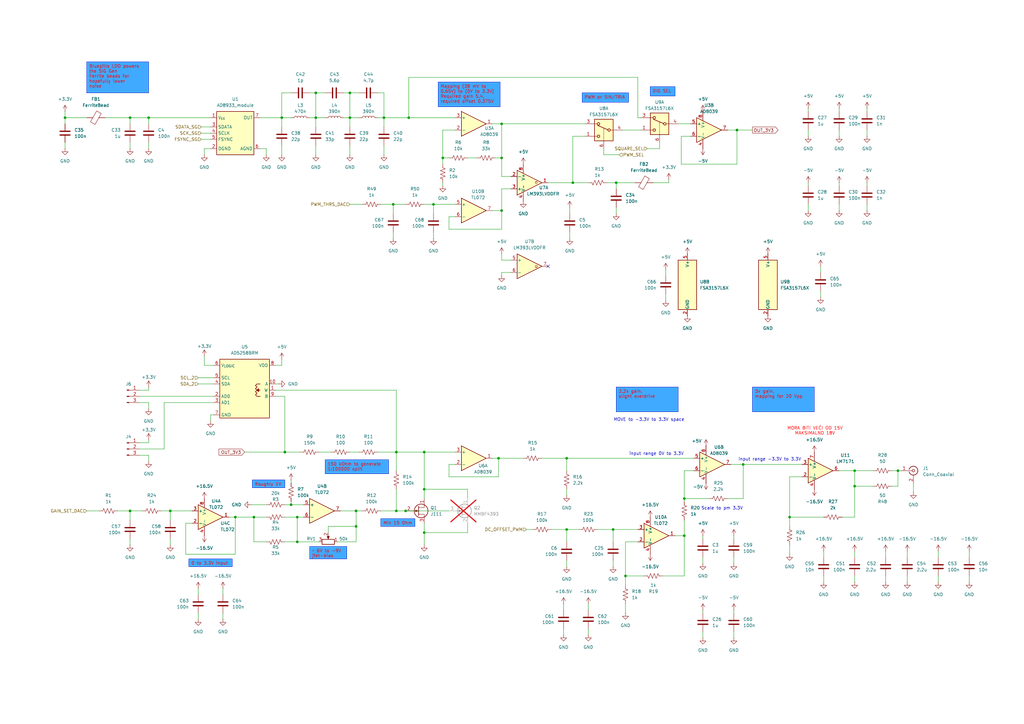
<source format=kicad_sch>
(kicad_sch (version 20231120) (generator "eeschema") (generator_version "8.0")
  (paper "A3")
  (junction (at 143.51 38.1))
  (junction (at 368.3 193.04))
  (junction (at 161.29 83.82))
  (junction (at 205.74 50.8))
  (junction (at 115.57 48.26))
  (junction (at 116.84 185.42))
  (junction (at 280.67 204.47))
  (junction (at 181.61 64.77))
  (junction (at 252.73 74.93))
  (junction (at 104.14 212.09))
  (junction (at 232.41 217.17))
  (junction (at 350.52 193.04))
  (junction (at 251.46 217.17))
  (junction (at 69.85 209.55))
  (junction (at 205.74 64.77))
  (junction (at 121.92 212.09))
  (junction (at 119.38 207.01))
  (junction (at 96.52 212.09))
  (junction (at 234.95 74.93))
  (junction (at 162.56 185.42))
  (junction (at 162.56 209.55))
  (junction (at 173.99 218.44))
  (junction (at 280.67 219.71))
  (junction (at 121.92 222.25))
  (junction (at 173.99 200.66))
  (junction (at 256.54 236.22))
  (junction (at 129.54 38.1))
  (junction (at 53.34 48.26))
  (junction (at 53.34 209.55))
  (junction (at 146.05 215.9))
  (junction (at 26.67 48.26))
  (junction (at 143.51 48.26))
  (junction (at 173.99 185.42))
  (junction (at 157.48 48.26))
  (junction (at 205.74 86.36))
  (junction (at 323.85 212.09))
  (junction (at 302.26 53.34))
  (junction (at 350.52 199.39))
  (junction (at 304.8 190.5))
  (junction (at 232.41 187.96))
  (junction (at 146.05 209.55))
  (junction (at 129.54 48.26))
  (junction (at 204.47 187.96))
  (junction (at 166.37 209.55))
  (junction (at 167.64 48.26))
  (junction (at 60.96 48.26))
  (junction (at 177.8 83.82))
  (no_connect (at 224.79 109.22))
  (wire (pts (xy 69.85 209.55) (xy 78.74 209.55)))
  (wire (pts (xy 344.17 83.82) (xy 344.17 86.36)))
  (wire (pts (xy 280.67 205.74) (xy 280.67 204.47)))
  (wire (pts (xy 204.47 195.58) (xy 204.47 187.96)))
  (wire (pts (xy 100.33 185.42) (xy 116.84 185.42)))
  (wire (pts (xy 129.54 59.69) (xy 129.54 63.5)))
  (wire (pts (xy 241.3 74.93) (xy 234.95 74.93)))
  (wire (pts (xy 344.17 53.34) (xy 344.17 55.88)))
  (wire (pts (xy 173.99 83.82) (xy 177.8 83.82)))
  (wire (pts (xy 143.51 38.1) (xy 143.51 48.26)))
  (wire (pts (xy 355.6 53.34) (xy 355.6 55.88)))
  (wire (pts (xy 255.27 53.34) (xy 262.89 53.34)))
  (wire (pts (xy 337.82 236.22) (xy 337.82 238.76)))
  (wire (pts (xy 53.34 209.55) (xy 53.34 213.36)))
  (wire (pts (xy 102.87 207.01) (xy 109.22 207.01)))
  (wire (pts (xy 288.29 250.19) (xy 288.29 251.46)))
  (wire (pts (xy 300.99 259.08) (xy 300.99 261.62)))
  (wire (pts (xy 323.85 212.09) (xy 323.85 215.9)))
  (wire (pts (xy 147.32 38.1) (xy 143.51 38.1)))
  (wire (pts (xy 288.29 228.6) (xy 288.29 231.14)))
  (wire (pts (xy 201.93 187.96) (xy 204.47 187.96)))
  (wire (pts (xy 300.99 250.19) (xy 300.99 251.46)))
  (wire (pts (xy 26.67 58.42) (xy 26.67 60.96)))
  (wire (pts (xy 115.57 149.86) (xy 113.03 149.86)))
  (wire (pts (xy 254 63.5) (xy 247.65 63.5)))
  (wire (pts (xy 280.67 193.04) (xy 280.67 204.47)))
  (wire (pts (xy 146.05 209.55) (xy 146.05 215.9)))
  (wire (pts (xy 154.94 48.26) (xy 157.48 48.26)))
  (wire (pts (xy 129.54 38.1) (xy 129.54 48.26)))
  (wire (pts (xy 115.57 59.69) (xy 115.57 63.5)))
  (wire (pts (xy 233.68 95.25) (xy 233.68 97.79)))
  (wire (pts (xy 26.67 48.26) (xy 26.67 50.8)))
  (wire (pts (xy 355.6 44.45) (xy 355.6 45.72)))
  (wire (pts (xy 363.22 226.06) (xy 363.22 228.6)))
  (wire (pts (xy 156.21 83.82) (xy 161.29 83.82)))
  (wire (pts (xy 205.74 50.8) (xy 205.74 64.77)))
  (wire (pts (xy 157.48 48.26) (xy 157.48 52.07)))
  (wire (pts (xy 167.64 31.75) (xy 261.62 31.75)))
  (wire (pts (xy 252.73 85.09) (xy 252.73 87.63)))
  (wire (pts (xy 181.61 67.31) (xy 181.61 64.77)))
  (wire (pts (xy 156.21 209.55) (xy 162.56 209.55)))
  (wire (pts (xy 53.34 48.26) (xy 53.34 50.8)))
  (wire (pts (xy 205.74 72.39) (xy 209.55 72.39)))
  (wire (pts (xy 81.28 157.48) (xy 87.63 157.48)))
  (wire (pts (xy 344.17 193.04) (xy 350.52 193.04)))
  (wire (pts (xy 134.62 215.9) (xy 134.62 218.44)))
  (wire (pts (xy 181.61 53.34) (xy 181.61 64.77)))
  (wire (pts (xy 181.61 53.34) (xy 186.69 53.34)))
  (wire (pts (xy 251.46 217.17) (xy 251.46 222.25)))
  (wire (pts (xy 345.44 212.09) (xy 350.52 212.09)))
  (wire (pts (xy 106.68 60.96) (xy 109.22 60.96)))
  (wire (pts (xy 143.51 185.42) (xy 147.32 185.42)))
  (wire (pts (xy 115.57 38.1) (xy 115.57 48.26)))
  (wire (pts (xy 26.67 45.72) (xy 26.67 48.26)))
  (wire (pts (xy 256.54 222.25) (xy 256.54 236.22)))
  (wire (pts (xy 331.47 74.93) (xy 331.47 76.2)))
  (wire (pts (xy 280.67 219.71) (xy 280.67 236.22)))
  (wire (pts (xy 157.48 38.1) (xy 157.48 48.26)))
  (wire (pts (xy 252.73 74.93) (xy 248.92 74.93)))
  (wire (pts (xy 181.61 76.2) (xy 181.61 74.93)))
  (wire (pts (xy 337.82 212.09) (xy 323.85 212.09)))
  (wire (pts (xy 232.41 187.96) (xy 232.41 193.04)))
  (wire (pts (xy 260.35 74.93) (xy 252.73 74.93)))
  (wire (pts (xy 119.38 205.74) (xy 119.38 207.01)))
  (wire (pts (xy 167.64 31.75) (xy 167.64 48.26)))
  (wire (pts (xy 109.22 60.96) (xy 109.22 63.5)))
  (wire (pts (xy 256.54 240.03) (xy 256.54 236.22)))
  (wire (pts (xy 336.55 119.38) (xy 336.55 121.92)))
  (wire (pts (xy 336.55 109.22) (xy 336.55 111.76)))
  (wire (pts (xy 66.04 209.55) (xy 69.85 209.55)))
  (wire (pts (xy 157.48 38.1) (xy 154.94 38.1)))
  (wire (pts (xy 369.57 193.04) (xy 368.3 193.04)))
  (wire (pts (xy 60.96 167.64) (xy 60.96 165.1)))
  (wire (pts (xy 279.4 55.88) (xy 283.21 55.88)))
  (wire (pts (xy 184.15 93.98) (xy 205.74 93.98)))
  (wire (pts (xy 69.85 220.98) (xy 69.85 223.52)))
  (wire (pts (xy 60.96 181.61) (xy 57.15 181.61)))
  (wire (pts (xy 57.15 162.56) (xy 87.63 162.56)))
  (wire (pts (xy 251.46 229.87) (xy 251.46 232.41)))
  (wire (pts (xy 231.14 257.81) (xy 231.14 260.35)))
  (wire (pts (xy 234.95 74.93) (xy 234.95 55.88)))
  (wire (pts (xy 173.99 218.44) (xy 191.77 218.44)))
  (wire (pts (xy 350.52 199.39) (xy 350.52 193.04)))
  (wire (pts (xy 184.15 195.58) (xy 204.47 195.58)))
  (wire (pts (xy 115.57 48.26) (xy 119.38 48.26)))
  (wire (pts (xy 162.56 200.66) (xy 162.56 209.55)))
  (wire (pts (xy 133.35 38.1) (xy 129.54 38.1)))
  (wire (pts (xy 82.55 52.07) (xy 86.36 52.07)))
  (wire (pts (xy 261.62 31.75) (xy 261.62 48.26)))
  (wire (pts (xy 300.99 228.6) (xy 300.99 231.14)))
  (wire (pts (xy 331.47 44.45) (xy 331.47 45.72)))
  (wire (pts (xy 231.14 247.65) (xy 231.14 250.19)))
  (wire (pts (xy 43.18 48.26) (xy 53.34 48.26)))
  (wire (pts (xy 205.74 86.36) (xy 205.74 93.98)))
  (wire (pts (xy 186.69 88.9) (xy 184.15 88.9)))
  (wire (pts (xy 53.34 58.42) (xy 53.34 60.96)))
  (wire (pts (xy 181.61 64.77) (xy 184.15 64.77)))
  (wire (pts (xy 129.54 38.1) (xy 127 38.1)))
  (wire (pts (xy 115.57 147.32) (xy 115.57 149.86)))
  (wire (pts (xy 116.84 212.09) (xy 121.92 212.09)))
  (wire (pts (xy 119.38 207.01) (xy 124.46 207.01)))
  (wire (pts (xy 143.51 48.26) (xy 147.32 48.26)))
  (wire (pts (xy 116.84 162.56) (xy 116.84 185.42)))
  (wire (pts (xy 298.45 204.47) (xy 304.8 204.47)))
  (wire (pts (xy 130.81 185.42) (xy 135.89 185.42)))
  (wire (pts (xy 201.93 50.8) (xy 205.74 50.8)))
  (wire (pts (xy 368.3 199.39) (xy 368.3 193.04)))
  (wire (pts (xy 205.74 104.14) (xy 205.74 106.68)))
  (wire (pts (xy 232.41 217.17) (xy 237.49 217.17)))
  (wire (pts (xy 331.47 53.34) (xy 331.47 55.88)))
  (wire (pts (xy 265.43 60.96) (xy 270.51 60.96)))
  (wire (pts (xy 203.2 64.77) (xy 205.74 64.77)))
  (wire (pts (xy 81.28 154.94) (xy 87.63 154.94)))
  (wire (pts (xy 60.96 160.02) (xy 57.15 160.02)))
  (wire (pts (xy 121.92 212.09) (xy 124.46 212.09)))
  (wire (pts (xy 279.4 67.31) (xy 302.26 67.31)))
  (wire (pts (xy 127 48.26) (xy 129.54 48.26)))
  (wire (pts (xy 116.84 222.25) (xy 121.92 222.25)))
  (wire (pts (xy 323.85 195.58) (xy 323.85 212.09)))
  (wire (pts (xy 162.56 185.42) (xy 173.99 185.42)))
  (wire (pts (xy 161.29 95.25) (xy 161.29 97.79)))
  (wire (pts (xy 177.8 95.25) (xy 177.8 97.79)))
  (wire (pts (xy 48.26 209.55) (xy 53.34 209.55)))
  (wire (pts (xy 173.99 185.42) (xy 186.69 185.42)))
  (wire (pts (xy 276.86 219.71) (xy 280.67 219.71)))
  (wire (pts (xy 83.82 149.86) (xy 87.63 149.86)))
  (wire (pts (xy 350.52 212.09) (xy 350.52 199.39)))
  (wire (pts (xy 278.13 50.8) (xy 283.21 50.8)))
  (wire (pts (xy 87.63 165.1) (xy 67.31 165.1)))
  (wire (pts (xy 251.46 217.17) (xy 261.62 217.17)))
  (wire (pts (xy 365.76 193.04) (xy 368.3 193.04)))
  (wire (pts (xy 104.14 212.09) (xy 109.22 212.09)))
  (wire (pts (xy 218.44 217.17) (xy 215.9 217.17)))
  (wire (pts (xy 372.11 236.22) (xy 372.11 238.76)))
  (wire (pts (xy 60.96 58.42) (xy 60.96 60.96)))
  (wire (pts (xy 256.54 222.25) (xy 261.62 222.25)))
  (wire (pts (xy 245.11 217.17) (xy 251.46 217.17)))
  (wire (pts (xy 83.82 60.96) (xy 83.82 63.5)))
  (wire (pts (xy 256.54 236.22) (xy 264.16 236.22)))
  (wire (pts (xy 114.3 157.48) (xy 113.03 157.48)))
  (wire (pts (xy 69.85 209.55) (xy 69.85 213.36)))
  (wire (pts (xy 91.44 251.46) (xy 91.44 254)))
  (wire (pts (xy 78.74 214.63) (xy 76.2 214.63)))
  (wire (pts (xy 397.51 226.06) (xy 397.51 228.6)))
  (wire (pts (xy 224.79 74.93) (xy 234.95 74.93)))
  (wire (pts (xy 143.51 38.1) (xy 140.97 38.1)))
  (wire (pts (xy 273.05 120.65) (xy 273.05 123.19)))
  (wire (pts (xy 81.28 241.3) (xy 81.28 243.84)))
  (wire (pts (xy 204.47 187.96) (xy 214.63 187.96)))
  (wire (pts (xy 115.57 48.26) (xy 115.57 52.07)))
  (wire (pts (xy 280.67 213.36) (xy 280.67 219.71)))
  (wire (pts (xy 384.81 236.22) (xy 384.81 238.76)))
  (wire (pts (xy 81.28 251.46) (xy 81.28 254)))
  (wire (pts (xy 143.51 59.69) (xy 143.51 63.5)))
  (wire (pts (xy 363.22 236.22) (xy 363.22 238.76)))
  (wire (pts (xy 106.68 48.26) (xy 115.57 48.26)))
  (wire (pts (xy 232.41 217.17) (xy 226.06 217.17)))
  (wire (pts (xy 121.92 212.09) (xy 121.92 222.25)))
  (wire (pts (xy 162.56 185.42) (xy 162.56 193.04)))
  (wire (pts (xy 67.31 165.1) (xy 67.31 184.15)))
  (wire (pts (xy 76.2 227.33) (xy 96.52 227.33)))
  (wire (pts (xy 232.41 200.66) (xy 232.41 203.2)))
  (wire (pts (xy 232.41 217.17) (xy 232.41 222.25)))
  (wire (pts (xy 157.48 48.26) (xy 167.64 48.26)))
  (wire (pts (xy 374.65 201.93) (xy 374.65 198.12)))
  (wire (pts (xy 302.26 67.31) (xy 302.26 53.34)))
  (wire (pts (xy 270.51 58.42) (xy 270.51 60.96)))
  (wire (pts (xy 129.54 48.26) (xy 133.35 48.26)))
  (wire (pts (xy 177.8 83.82) (xy 177.8 87.63)))
  (wire (pts (xy 323.85 195.58) (xy 328.93 195.58)))
  (wire (pts (xy 184.15 190.5) (xy 184.15 195.58)))
  (wire (pts (xy 60.96 186.69) (xy 57.15 186.69)))
  (wire (pts (xy 304.8 190.5) (xy 304.8 204.47)))
  (wire (pts (xy 116.84 185.42) (xy 123.19 185.42)))
  (wire (pts (xy 274.32 74.93) (xy 267.97 74.93)))
  (wire (pts (xy 104.14 222.25) (xy 109.22 222.25)))
  (wire (pts (xy 143.51 83.82) (xy 148.59 83.82)))
  (wire (pts (xy 173.99 185.42) (xy 173.99 200.66)))
  (wire (pts (xy 139.7 209.55) (xy 146.05 209.55)))
  (wire (pts (xy 96.52 212.09) (xy 104.14 212.09)))
  (wire (pts (xy 304.8 190.5) (xy 299.72 190.5)))
  (wire (pts (xy 205.74 86.36) (xy 201.93 86.36)))
  (wire (pts (xy 344.17 44.45) (xy 344.17 45.72)))
  (wire (pts (xy 93.98 212.09) (xy 96.52 212.09)))
  (wire (pts (xy 119.38 196.85) (xy 119.38 198.12)))
  (wire (pts (xy 273.05 110.49) (xy 273.05 113.03)))
  (wire (pts (xy 83.82 146.05) (xy 83.82 149.86)))
  (wire (pts (xy 26.67 48.26) (xy 35.56 48.26)))
  (wire (pts (xy 337.82 226.06) (xy 337.82 228.6)))
  (wire (pts (xy 234.95 55.88) (xy 240.03 55.88)))
  (wire (pts (xy 205.74 77.47) (xy 209.55 77.47)))
  (wire (pts (xy 162.56 160.02) (xy 162.56 185.42)))
  (wire (pts (xy 222.25 187.96) (xy 232.41 187.96)))
  (wire (pts (xy 60.96 48.26) (xy 86.36 48.26)))
  (wire (pts (xy 350.52 236.22) (xy 350.52 238.76)))
  (wire (pts (xy 247.65 63.5) (xy 247.65 60.96)))
  (wire (pts (xy 365.76 199.39) (xy 368.3 199.39)))
  (wire (pts (xy 384.81 226.06) (xy 384.81 228.6)))
  (wire (pts (xy 82.55 54.61) (xy 86.36 54.61)))
  (wire (pts (xy 261.62 48.26) (xy 262.89 48.26)))
  (wire (pts (xy 205.74 50.8) (xy 240.03 50.8)))
  (wire (pts (xy 355.6 74.93) (xy 355.6 76.2)))
  (wire (pts (xy 53.34 220.98) (xy 53.34 223.52)))
  (wire (pts (xy 60.96 165.1) (xy 57.15 165.1)))
  (wire (pts (xy 53.34 48.26) (xy 60.96 48.26)))
  (wire (pts (xy 35.56 209.55) (xy 40.64 209.55)))
  (wire (pts (xy 233.68 85.09) (xy 233.68 87.63)))
  (wire (pts (xy 129.54 48.26) (xy 129.54 52.07)))
  (wire (pts (xy 271.78 236.22) (xy 280.67 236.22)))
  (wire (pts (xy 91.44 241.3) (xy 91.44 243.84)))
  (wire (pts (xy 280.67 193.04) (xy 284.48 193.04)))
  (wire (pts (xy 350.52 226.06) (xy 350.52 228.6)))
  (wire (pts (xy 157.48 59.69) (xy 157.48 63.5)))
  (wire (pts (xy 350.52 193.04) (xy 358.14 193.04)))
  (wire (pts (xy 82.55 57.15) (xy 86.36 57.15)))
  (wire (pts (xy 76.2 214.63) (xy 76.2 227.33)))
  (wire (pts (xy 154.94 185.42) (xy 162.56 185.42)))
  (wire (pts (xy 302.26 53.34) (xy 308.61 53.34)))
  (wire (pts (xy 300.99 219.71) (xy 300.99 220.98)))
  (wire (pts (xy 96.52 212.09) (xy 96.52 227.33)))
  (wire (pts (xy 232.41 187.96) (xy 284.48 187.96)))
  (wire (pts (xy 138.43 222.25) (xy 146.05 222.25)))
  (wire (pts (xy 241.3 257.81) (xy 241.3 260.35)))
  (wire (pts (xy 86.36 170.18) (xy 86.36 172.72)))
  (wire (pts (xy 134.62 215.9) (xy 146.05 215.9)))
  (wire (pts (xy 53.34 209.55) (xy 58.42 209.55)))
  (wire (pts (xy 162.56 209.55) (xy 166.37 209.55)))
  (wire (pts (xy 252.73 74.93) (xy 252.73 77.47)))
  (wire (pts (xy 177.8 83.82) (xy 186.69 83.82)))
  (wire (pts (xy 298.45 53.34) (xy 302.26 53.34)))
  (wire (pts (xy 116.84 162.56) (xy 113.03 162.56)))
  (wire (pts (xy 143.51 48.26) (xy 143.51 52.07)))
  (wire (pts (xy 167.64 48.26) (xy 186.69 48.26)))
  (wire (pts (xy 173.99 218.44) (xy 173.99 223.52)))
  (wire (pts (xy 232.41 229.87) (xy 232.41 232.41)))
  (wire (pts (xy 350.52 199.39) (xy 358.14 199.39)))
  (wire (pts (xy 60.96 180.34) (xy 60.96 181.61)))
  (wire (pts (xy 279.4 55.88) (xy 279.4 67.31)))
  (wire (pts (xy 119.38 38.1) (xy 115.57 38.1)))
  (wire (pts (xy 121.92 222.25) (xy 130.81 222.25)))
  (wire (pts (xy 372.11 226.06) (xy 372.11 228.6)))
  (wire (pts (xy 67.31 184.15) (xy 57.15 184.15)))
  (wire (pts (xy 173.99 204.47) (xy 173.99 200.66)))
  (wire (pts (xy 209.55 111.76) (xy 205.74 111.76)))
  (wire (pts (xy 328.93 190.5) (xy 304.8 190.5)))
  (wire (pts (xy 113.03 160.02) (xy 162.56 160.02)))
  (wire (pts (xy 184.15 88.9) (xy 184.15 93.98)))
  (wire (pts (xy 355.6 83.82) (xy 355.6 86.36)))
  (wire (pts (xy 60.96 158.75) (xy 60.96 160.02)))
  (wire (pts (xy 146.05 215.9) (xy 146.05 222.25)))
  (wire (pts (xy 191.77 200.66) (xy 173.99 200.66)))
  (wire (pts (xy 161.29 83.82) (xy 161.29 87.63)))
  (wire (pts (xy 60.96 189.23) (xy 60.96 186.69)))
  (wire (pts (xy 184.15 190.5) (xy 186.69 190.5)))
  (wire (pts (xy 161.29 83.82) (xy 166.37 83.82)))
  (wire (pts (xy 288.29 219.71) (xy 288.29 220.98)))
  (wire (pts (xy 288.29 259.08) (xy 288.29 261.62)))
  (wire (pts (xy 116.84 207.01) (xy 119.38 207.01)))
  (wire (pts (xy 323.85 227.33) (xy 323.85 223.52)))
  (wire (pts (xy 344.17 74.93) (xy 344.17 76.2)))
  (wire (pts (xy 331.47 83.82) (xy 331.47 86.36)))
  (wire (pts (xy 140.97 48.26) (xy 143.51 48.26)))
  (wire (pts (xy 166.37 209.55) (xy 184.15 209.55)))
  (wire (pts (xy 173.99 218.44) (xy 173.99 214.63)))
  (wire (pts (xy 191.77 64.77) (xy 195.58 64.77)))
  (wire (pts (xy 191.77 204.47) (xy 191.77 200.66)))
  (wire (pts (xy 280.67 204.47) (xy 290.83 204.47)))
  (wire (pts (xy 60.96 48.26) (xy 60.96 50.8)))
  (wire (pts (xy 205.74 106.68) (xy 209.55 106.68)))
  (wire (pts (xy 104.14 222.25) (xy 104.14 212.09)))
  (wire (pts (xy 191.77 218.44) (xy 191.77 214.63)))
  (wire (pts (xy 86.36 60.96) (xy 83.82 60.96)))
  (wire (pts (xy 86.36 170.18) (xy 87.63 170.18)))
  (wire (pts (xy 274.32 73.66) (xy 274.32 74.93)))
  (wire (pts (xy 205.74 64.77) (xy 205.74 72.39)))
  (wire (pts (xy 241.3 247.65) (xy 241.3 250.19)))
  (wire (pts (xy 205.74 86.36) (xy 205.74 77.47)))
  (wire (pts (xy 256.54 251.46) (xy 256.54 247.65)))
  (wire (pts (xy 146.05 209.55) (xy 148.59 209.55)))
  (wire (pts (xy 397.51 236.22) (xy 397.51 238.76)))
  (wire (pts (xy 205.74 111.76) (xy 205.74 113.03)))
  (text_box "~ 6V to -9V jfet-bias" (at 127 224.155 0) (size 15.24 5.08) (fill (type color) (color 63 170 255 1)) (effects (font (size 1.27 1.27)) (justify left top)))
  (text_box "150 kOhm to generate \n1:100000 split" (at 133.35 188.595 0) (size 26.035 5.715) (fill (type color) (color 63 170 255 1)) (effects (font (size 1.27 1.27)) (justify left top)))
  (text_box "Roughly 1V" (at 103.505 196.85 0) (size 13.335 3.175) (fill (type color) (color 63 170 255 1)) (effects (font (size 1.27 1.27)) (justify left top)))
  (text_box "0 to 3.3V input" (at 77.47 229.235 0) (size 17.78 3.175) (fill (type color) (color 63 170 255 1)) (effects (font (size 1.27 1.27)) (justify left top)))
  (text_box "DIG SEL\n" (at 266.7 35.56 0) (size 10.16 3.81) (fill (type color) (color 63 170 255 1)) (effects (font (size 1.27 1.27)) (justify left top)))
  (text_box "Mapping (38 mV to 0.65V) to (0V to 3.3V)\nRequired gain 5.4, required offset 0.375V" (at 179.705 33.655 0) (size 25.4 10.16) (fill (type color) (color 63 170 255 1)) (effects (font (size 1.27 1.27)) (justify left top)))
  (text_box "PWM or SIN/TRIA\n" (at 238.76 38.1 0) (size 19.05 3.81) (fill (type color) (color 63 170 255 1)) (effects (font (size 1.27 1.27)) (justify left top)))
  (text_box "2.2x gain,\nslight overdrive" (at 252.73 158.75 0) (size 25.4 10.16) (fill (type color) (color 63 170 255 1)) (effects (font (size 1.27 1.27)) (justify left top)))
  (text_box "3x gain,\nmapping for 20 Vpp" (at 308.61 158.75 0) (size 25.4 10.16) (fill (type color) (color 63 170 255 1)) (effects (font (size 1.27 1.27)) (justify left top)))
  (text_box "Min 15 Ohm" (at 156.21 212.725 0) (size 13.97 3.175) (fill (type color) (color 63 170 255 1)) (effects (font (size 1.27 1.27)) (justify left top)))
  (text_box "Bluepills LDO powers the SIG Gen\nFerrite beads for hopefully lower\nnoise" (at 35.56 25.4 0) (size 25.4 12.7) (fill (type color) (color 63 170 255 1)) (effects (font (size 1.27 1.27)) (justify left top)))
  (text "MORA BITI VEĆI OD 15V\nMAKSIMALNO 18V" (at 334.264 176.784 0) (effects (font (size 1.27 1.27))))
  (text "Scale to pm 3.3V\n" (at 296.164 208.534 0) (effects (font (size 1.27 1.27))))
  (text "MOVE to -3.3V to 3.3V space" (at 266.192 172.212 0) (effects (font (size 1.27 1.27))))
  (text "input range -3.3V to 3.3V" (at 315.722 188.468 0) (effects (font (size 1.27 1.27))))
  (text "input range 0V to 3.3V" (at 269.24 186.182 0) (effects (font (size 1.27 1.27))))
  (global_label "OUT_3V3" (shape input) (at 100.33 185.42 180) (property "Intersheetrefs" "${INTERSHEET_REFS}" (effects (hide yes))))
  (global_label "OUT_3V3" (shape output) (at 308.61 53.34 0) (property "Intersheetrefs" "${INTERSHEET_REFS}" (effects (hide yes))))
  (hierarchical_label "FSYNC_SG" (shape input) (at 82.55 57.15 180))
  (hierarchical_label "PWM_THRS_DAC" (shape input) (at 143.51 83.82 180))
  (hierarchical_label "PWM_SEL" (shape input) (at 254 63.5 0))
  (hierarchical_label "GAIN_SET_DAC" (shape input) (at 35.56 209.55 180))
  (hierarchical_label "SQUARE_SEL" (shape input) (at 265.43 60.96 180))
  (hierarchical_label "SCK_SG" (shape input) (at 82.55 54.61 180))
  (hierarchical_label "SDA_2" (shape input) (at 81.28 157.48 180))
  (hierarchical_label "DC_OFFSET_PWM" (shape input) (at 215.9 217.17 180))
  (hierarchical_label "SDATA_SG" (shape input) (at 82.55 52.07 180))
  (hierarchical_label "SCL_2" (shape input) (at 81.28 154.94 180))
  (symbol (lib_id "Device:R_US") (at 44.45 209.55 90) (unit 1)
    (property "Reference" "R1" (at 44.45 203.2 90))
    (property "Value" "1k" (at 44.45 205.74 90))
    (property "Footprint" "Resistor_SMD:R_0603_1608Metric_Pad0.98x0.95mm_HandSolder" (effects (hide yes)))
    (property "Description" "Resistor, US symbol" (effects (hide yes)))
  )
  (symbol (lib_id "Device:C") (at 81.28 247.65 0) (mirror y) (unit 1)
    (property "Reference" "C63" (at 77.47 246.3799 0) (effects (justify left)))
    (property "Value" "100n" (at 77.47 248.9199 0) (effects (justify left)))
    (property "Footprint" "Capacitor_SMD:C_0603_1608Metric_Pad1.08x0.95mm_HandSolder" (effects (hide yes)))
    (property "Description" "Unpolarized capacitor" (effects (hide yes)))
  )
  (symbol (lib_id "power:GND") (at 288.29 231.14 0) (unit 1)
    (property "Reference" "#PWR061" (effects (hide yes)))
    (property "Value" "GND" (at 288.29 236.22 0))
    (property "Description" "Power symbol creates a global label with name \"GND\" , ground" (effects (hide yes)))
  )
  (symbol (lib_id "power:GND") (at 314.96 129.54 0) (mirror y) (unit 1)
    (property "Reference" "#PWR0173" (effects (hide yes)))
    (property "Value" "GND" (at 314.96 134.62 0))
    (property "Description" "Power symbol creates a global label with name \"GND\" , ground" (effects (hide yes)))
  )
  (symbol (lib_id "Analog_Switch:FSA3157L6X") (at 270.51 50.8 0) (mirror y) (unit 1)
    (property "Reference" "U9" (at 270.51 41.91 0))
    (property "Value" "FSA3157L6X" (at 270.51 44.45 0))
    (property "Footprint" "Package_TO_SOT_SMD:SOT-23-6_Handsoldering" (effects (hide yes)))
    (property "Datasheet" "https://www.onsemi.com/pub/Collateral/NC7SB3157-D.PDF" (effects (hide yes)))
    (property "Description" "Single SPDT Low-Voltage Analog Switch or 2:1 Multiplexer/De-Multiplexer Bus Switch, 10Ohm Ron, MicroPak-6" (effects (hide yes)))
  )
  (symbol (lib_id "Device:C") (at 336.55 115.57 0) (unit 1)
    (property "Reference" "C65" (at 340.36 114.2999 0) (effects (justify left)))
    (property "Value" "100n" (at 340.36 116.8399 0) (effects (justify left)))
    (property "Footprint" "Capacitor_SMD:C_0603_1608Metric_Pad1.08x0.95mm_HandSolder" (effects (hide yes)))
    (property "Description" "Unpolarized capacitor" (effects (hide yes)))
  )
  (symbol (lib_id "Device:R_US") (at 113.03 207.01 90) (unit 1)
    (property "Reference" "R3" (at 113.03 204.851 90))
    (property "Value" "20k" (at 113.03 202.311 90))
    (property "Footprint" "Resistor_SMD:R_0603_1608Metric_Pad0.98x0.95mm_HandSolder" (effects (hide yes)))
    (property "Description" "Resistor, US symbol" (effects (hide yes)))
  )
  (symbol (lib_id "power:+5V") (at 355.6 44.45 0) (unit 1)
    (property "Reference" "#PWR064" (effects (hide yes)))
    (property "Value" "+5V" (at 355.6 39.37 0))
    (property "Description" "Power symbol creates a global label with name \"+5V\"" (effects (hide yes)))
  )
  (symbol (lib_id "power:GND") (at 281.94 129.54 0) (mirror y) (unit 1)
    (property "Reference" "#PWR0171" (effects (hide yes)))
    (property "Value" "GND" (at 281.94 134.62 0))
    (property "Description" "Power symbol creates a global label with name \"GND\" , ground" (effects (hide yes)))
  )
  (symbol (lib_id "Device:R_US") (at 232.41 196.85 180) (unit 1)
    (property "Reference" "R16" (at 234.95 195.5799 0) (effects (justify right)))
    (property "Value" "2.2k" (at 234.95 198.1199 0) (effects (justify right)))
    (property "Footprint" "Resistor_SMD:R_0603_1608Metric_Pad0.98x0.95mm_HandSolder" (effects (hide yes)))
    (property "Description" "Resistor, US symbol" (effects (hide yes)))
  )
  (symbol (lib_id "power:+5V") (at 273.05 110.49 0) (mirror y) (unit 1)
    (property "Reference" "#PWR0168" (effects (hide yes)))
    (property "Value" "+5V" (at 273.05 105.41 0))
    (property "Description" "Power symbol creates a global label with name \"+5V\"" (effects (hide yes)))
  )
  (symbol (lib_id "Device:R_US") (at 280.67 209.55 180) (unit 1)
    (property "Reference" "R20" (at 283.21 208.2799 0) (effects (justify right)))
    (property "Value" "1k" (at 283.21 210.8199 0) (effects (justify right)))
    (property "Footprint" "Resistor_SMD:R_0603_1608Metric_Pad0.98x0.95mm_HandSolder" (effects (hide yes)))
    (property "Description" "Resistor, US symbol" (effects (hide yes)))
  )
  (symbol (lib_id "power:GND") (at 53.34 60.96 0) (unit 1)
    (property "Reference" "#PWR069" (effects (hide yes)))
    (property "Value" "GND" (at 53.34 66.04 0))
    (property "Description" "Power symbol creates a global label with name \"GND\" , ground" (effects (hide yes)))
  )
  (symbol (lib_id "power:+5V") (at 334.01 200.66 180) (unit 1)
    (property "Reference" "#PWR044" (effects (hide yes)))
    (property "Value" "-16.5V" (at 334.01 205.74 0))
    (property "Description" "Power symbol creates a global label with name \"+5V\"" (effects (hide yes)))
  )
  (symbol (lib_id "power:+5V") (at 300.99 250.19 0) (unit 1)
    (property "Reference" "#PWR0156" (effects (hide yes)))
    (property "Value" "-5V" (at 300.99 245.11 0))
    (property "Description" "Power symbol creates a global label with name \"+5V\"" (effects (hide yes)))
  )
  (symbol (lib_id "PSG:AD8039") (at 292.1 190.5 0) (unit 3)
    (property "Reference" "U6" (effects (hide yes)))
    (property "Value" "AD8039" (effects (hide yes)))
    (property "Footprint" "Package_SO:SOIC-8_3.9x4.9mm_P1.27mm" (effects (hide yes)))
    (property "Datasheet" "http://www.ti.com/lit/ds/symlink/lm358.pdf" (effects (hide yes)))
    (property "Description" "Dual Operational Amplifiers, DIP-8/SOIC-8/TSSOP-8/VSSOP-8" (effects (hide yes)))
  )
  (symbol (lib_id "Device:FerriteBead") (at 39.37 48.26 90) (unit 1)
    (property "Reference" "FB1" (at 39.3192 40.64 90))
    (property "Value" "FerriteBead" (at 39.3192 43.18 90))
    (property "Footprint" "Inductor_SMD:L_0603_1608Metric_Pad1.05x0.95mm_HandSolder" (effects (hide yes)))
    (property "Description" "Ferrite bead" (effects (hide yes)))
  )
  (symbol (lib_id "power:+5V") (at 350.52 226.06 0) (unit 1)
    (property "Reference" "#PWR0139" (effects (hide yes)))
    (property "Value" "+16.5V" (at 350.52 220.98 0))
    (property "Description" "Power symbol creates a global label with name \"+5V\"" (effects (hide yes)))
  )
  (symbol (lib_id "power:GND") (at 81.28 254 0) (unit 1)
    (property "Reference" "#PWR0163" (effects (hide yes)))
    (property "Value" "GND" (at 81.28 259.08 0))
    (property "Description" "Power symbol creates a global label with name \"GND\" , ground" (effects (hide yes)))
  )
  (symbol (lib_id "Device:R_US") (at 127 185.42 90) (unit 1)
    (property "Reference" "R9" (at 127 179.07 90))
    (property "Value" "150k" (at 127 181.61 90))
    (property "Footprint" "Resistor_SMD:R_0603_1608Metric_Pad0.98x0.95mm_HandSolder" (effects (hide yes)))
    (property "Description" "Resistor, US symbol" (effects (hide yes)))
  )
  (symbol (lib_id "power:+5V") (at 119.38 196.85 0) (unit 1)
    (property "Reference" "#PWR019" (effects (hide yes)))
    (property "Value" "+5V" (at 119.38 191.77 0))
    (property "Description" "Power symbol creates a global label with name \"+5V\"" (effects (hide yes)))
  )
  (symbol (lib_id "Device:C") (at 157.48 55.88 0) (unit 1)
    (property "Reference" "C40" (at 161.29 54.6099 0) (effects (justify left)))
    (property "Value" "22p" (at 161.29 57.1499 0) (effects (justify left)))
    (property "Footprint" "Capacitor_SMD:C_0603_1608Metric_Pad1.08x0.95mm_HandSolder" (effects (hide yes)))
    (property "Description" "Unpolarized capacitor" (effects (hide yes)))
  )
  (symbol (lib_id "power:+10V") (at 83.82 219.71 180) (unit 1)
    (property "Reference" "#PWR013" (effects (hide yes)))
    (property "Value" "-16.5V" (at 83.82 224.79 0))
    (property "Description" "Power symbol creates a global label with name \"+10V\"" (effects (hide yes)))
  )
  (symbol (lib_id "power:+5V") (at 314.96 104.14 0) (mirror y) (unit 1)
    (property "Reference" "#PWR0172" (effects (hide yes)))
    (property "Value" "+5V" (at 314.96 99.06 0))
    (property "Description" "Power symbol creates a global label with name \"+5V\"" (effects (hide yes)))
  )
  (symbol (lib_id "Amplifier_Operational:TL072") (at 269.24 219.71 0) (unit 3)
    (property "Reference" "U10" (effects (hide yes)))
    (property "Value" "TL072" (effects (hide yes)))
    (property "Footprint" "Package_SO:SOIC-8_3.9x4.9mm_P1.27mm" (effects (hide yes)))
    (property "Datasheet" "http://www.ti.com/lit/ds/symlink/tl071.pdf" (effects (hide yes)))
    (property "Description" "Dual Low-Noise JFET-Input Operational Amplifiers, DIP-8/SOIC-8" (effects (hide yes)))
  )
  (symbol (lib_id "power:GND") (at 129.54 63.5 0) (unit 1)
    (property "Reference" "#PWR0111" (effects (hide yes)))
    (property "Value" "GND" (at 129.54 68.58 0))
    (property "Description" "Power symbol creates a global label with name \"GND\" , ground" (effects (hide yes)))
  )
  (symbol (lib_id "power:GND") (at 323.85 227.33 0) (unit 1)
    (property "Reference" "#PWR042" (effects (hide yes)))
    (property "Value" "GND" (at 323.85 232.41 0))
    (property "Description" "Power symbol creates a global label with name \"GND\" , ground" (effects (hide yes)))
  )
  (symbol (lib_id "Device:R_US") (at 294.64 204.47 90) (unit 1)
    (property "Reference" "R25" (at 294.64 198.12 90))
    (property "Value" "2.2k" (at 294.64 200.66 90))
    (property "Footprint" "Resistor_SMD:R_0603_1608Metric_Pad0.98x0.95mm_HandSolder" (effects (hide yes)))
    (property "Description" "Resistor, US symbol" (effects (hide yes)))
  )
  (symbol (lib_id "power:+5V") (at 281.94 104.14 0) (mirror y) (unit 1)
    (property "Reference" "#PWR0170" (effects (hide yes)))
    (property "Value" "+5V" (at 281.94 99.06 0))
    (property "Description" "Power symbol creates a global label with name \"+5V\"" (effects (hide yes)))
  )
  (symbol (lib_id "Device:R_US") (at 222.25 217.17 90) (unit 1)
    (property "Reference" "R17" (at 222.25 210.82 90))
    (property "Value" "100k" (at 222.25 213.36 90))
    (property "Footprint" "Resistor_SMD:R_0603_1608Metric_Pad0.98x0.95mm_HandSolder" (effects (hide yes)))
    (property "Description" "Resistor, US symbol" (effects (hide yes)))
  )
  (symbol (lib_id "Device:R_US") (at 267.97 236.22 90) (mirror x) (unit 1)
    (property "Reference" "R19" (at 267.97 242.57 90))
    (property "Value" "1k" (at 267.97 240.03 90))
    (property "Footprint" "Resistor_SMD:R_0603_1608Metric_Pad0.98x0.95mm_HandSolder" (effects (hide yes)))
    (property "Description" "Resistor, US symbol" (effects (hide yes)))
  )
  (symbol (lib_id "power:GND") (at 233.68 97.79 0) (unit 1)
    (property "Reference" "#PWR024" (effects (hide yes)))
    (property "Value" "GND" (at 233.68 102.87 0))
    (property "Description" "Power symbol creates a global label with name \"GND\" , ground" (effects (hide yes)))
  )
  (symbol (lib_id "power:GND") (at 300.99 231.14 0) (unit 1)
    (property "Reference" "#PWR0155" (effects (hide yes)))
    (property "Value" "GND" (at 300.99 236.22 0))
    (property "Description" "Power symbol creates a global label with name \"GND\" , ground" (effects (hide yes)))
  )
  (symbol (lib_id "power:GND") (at 115.57 63.5 0) (unit 1)
    (property "Reference" "#PWR0109" (effects (hide yes)))
    (property "Value" "GND" (at 115.57 68.58 0))
    (property "Description" "Power symbol creates a global label with name \"GND\" , ground" (effects (hide yes)))
  )
  (symbol (lib_id "Device:C") (at 231.14 254 0) (mirror y) (unit 1)
    (property "Reference" "C61" (at 227.33 252.7299 0) (effects (justify left)))
    (property "Value" "100n" (at 227.33 255.2699 0) (effects (justify left)))
    (property "Footprint" "Capacitor_SMD:C_0603_1608Metric_Pad1.08x0.95mm_HandSolder" (effects (hide yes)))
    (property "Description" "Unpolarized capacitor" (effects (hide yes)))
  )
  (symbol (lib_id "Device:C") (at 355.6 80.01 180) (unit 1)
    (property "Reference" "C32" (at 359.41 78.7399 0) (effects (justify right)))
    (property "Value" "1n" (at 359.41 81.2799 0) (effects (justify right)))
    (property "Footprint" "Resistor_SMD:R_0603_1608Metric_Pad0.98x0.95mm_HandSolder" (effects (hide yes)))
  )
  (symbol (lib_id "Device:C") (at 350.52 232.41 0) (mirror y) (unit 1)
    (property "Reference" "C51" (at 346.71 231.1399 0) (effects (justify left)))
    (property "Value" "100n" (at 346.71 233.6799 0) (effects (justify left)))
    (property "Footprint" "Capacitor_SMD:C_0603_1608Metric_Pad1.08x0.95mm_HandSolder" (effects (hide yes)))
    (property "Description" "Unpolarized capacitor" (effects (hide yes)))
  )
  (symbol (lib_id "power:+10V") (at 266.7 212.09 0) (unit 1)
    (property "Reference" "#PWR029" (effects (hide yes)))
    (property "Value" "+16.5V" (at 266.7 207.01 0))
    (property "Description" "Power symbol creates a global label with name \"+10V\"" (effects (hide yes)))
  )
  (symbol (lib_id "Device:FerriteBead") (at 264.16 74.93 90) (unit 1)
    (property "Reference" "FB2" (at 264.1092 67.31 90))
    (property "Value" "FerriteBead" (at 264.1092 69.85 90))
    (property "Footprint" "Inductor_SMD:L_0603_1608Metric_Pad1.05x0.95mm_HandSolder" (effects (hide yes)))
    (property "Description" "Ferrite bead" (effects (hide yes)))
  )
  (symbol (lib_id "power:GND") (at 344.17 86.36 0) (unit 1)
    (property "Reference" "#PWR071" (effects (hide yes)))
    (property "Value" "GND" (at 344.17 91.44 0))
    (property "Description" "Power symbol creates a global label with name \"GND\" , ground" (effects (hide yes)))
  )
  (symbol (lib_id "power:+5V") (at 344.17 44.45 0) (unit 1)
    (property "Reference" "#PWR063" (effects (hide yes)))
    (property "Value" "+5V" (at 344.17 39.37 0))
    (property "Description" "Power symbol creates a global label with name \"+5V\"" (effects (hide yes)))
  )
  (symbol (lib_id "power:GND") (at 337.82 238.76 0) (unit 1)
    (property "Reference" "#PWR0147" (effects (hide yes)))
    (property "Value" "GND" (at 337.82 243.84 0))
    (property "Description" "Power symbol creates a global label with name \"GND\" , ground" (effects (hide yes)))
  )
  (symbol (lib_id "Device:R_US") (at 181.61 71.12 180) (unit 1)
    (property "Reference" "R2" (at 184.15 69.8499 0) (effects (justify right)))
    (property "Value" "10k" (at 184.15 72.3899 0) (effects (justify right)))
    (property "Footprint" "Resistor_SMD:R_0603_1608Metric_Pad0.98x0.95mm_HandSolder" (effects (hide yes)))
    (property "Description" "Resistor, US symbol" (effects (hide yes)))
  )
  (symbol (lib_id "Transistor_FET:2N3819") (at 171.45 209.55 0) (unit 1)
    (property "Reference" "Q1" (at 176.53 208.2799 0) (effects (justify left)))
    (property "Value" "J111" (at 176.53 210.8199 0) (effects (justify left)))
    (property "Footprint" "Package_TO_SOT_THT:TO-92_Inline_Wide" (effects (hide yes)))
    (property "Datasheet" "https://my.centralsemi.com/datasheets/2N3819.PDF" (effects (hide yes)))
    (property "Description" "20mA Id, 25V Vgs, N-Channel JFET Transistor, TO-92" (effects (hide yes)))
  )
  (symbol (lib_id "Device:C") (at 69.85 217.17 0) (mirror y) (unit 1)
    (property "Reference" "C58" (at 66.04 215.8999 0) (effects (justify left)))
    (property "Value" "100n" (at 66.04 218.4399 0) (effects (justify left)))
    (property "Footprint" "Capacitor_SMD:C_0603_1608Metric_Pad1.08x0.95mm_HandSolder" (effects (hide yes)))
    (property "Description" "Unpolarized capacitor" (effects (hide yes)))
  )
  (symbol (lib_id "power:+5V") (at 288.29 219.71 0) (unit 1)
    (property "Reference" "#PWR05" (effects (hide yes)))
    (property "Value" "+5V" (at 288.29 214.63 0))
    (property "Description" "Power symbol creates a global label with name \"+5V\"" (effects (hide yes)))
  )
  (symbol (lib_id "power:GND") (at 336.55 121.92 0) (unit 1)
    (property "Reference" "#PWR0167" (effects (hide yes)))
    (property "Value" "GND" (at 336.55 127 0))
    (property "Description" "Power symbol creates a global label with name \"GND\" , ground" (effects (hide yes)))
  )
  (symbol (lib_id "Device:C") (at 273.05 116.84 0) (mirror y) (unit 1)
    (property "Reference" "C66" (at 269.24 115.5699 0) (effects (justify left)))
    (property "Value" "100n" (at 269.24 118.1099 0) (effects (justify left)))
    (property "Footprint" "Capacitor_SMD:C_0603_1608Metric_Pad1.08x0.95mm_HandSolder" (effects (hide yes)))
    (property "Description" "Unpolarized capacitor" (effects (hide yes)))
  )
  (symbol (lib_id "Device:C") (at 344.17 80.01 180) (unit 1)
    (property "Reference" "C30" (at 347.98 78.7399 0) (effects (justify right)))
    (property "Value" "100n" (at 347.98 81.2799 0) (effects (justify right)))
    (property "Footprint" "Resistor_SMD:R_0603_1608Metric_Pad0.98x0.95mm_HandSolder" (effects (hide yes)))
  )
  (symbol (lib_id "power:+5V") (at 60.96 180.34 0) (mirror y) (unit 1)
    (property "Reference" "#PWR0118" (effects (hide yes)))
    (property "Value" "+3.3V" (at 60.96 176.276 0))
    (property "Description" "Power symbol creates a global label with name \"+5V\"" (effects (hide yes)))
  )
  (symbol (lib_id "power:GND") (at 273.05 123.19 0) (mirror y) (unit 1)
    (property "Reference" "#PWR0169" (effects (hide yes)))
    (property "Value" "GND" (at 273.05 128.27 0))
    (property "Description" "Power symbol creates a global label with name \"GND\" , ground" (effects (hide yes)))
  )
  (symbol (lib_id "power:+5V") (at 331.47 44.45 0) (unit 1)
    (property "Reference" "#PWR062" (effects (hide yes)))
    (property "Value" "+5V" (at 331.47 39.37 0))
    (property "Description" "Power symbol creates a global label with name \"+5V\"" (effects (hide yes)))
  )
  (symbol (lib_id "PSG:AD8933_module") (at 88.9 45.72 0) (unit 1)
    (property "Reference" "U1" (at 96.52 40.64 0))
    (property "Value" "AD8933_module" (at 96.52 43.18 0))
    (property "Footprint" "PSG:AD9833_module" (effects (hide yes)))
  )
  (symbol (lib_id "power:+5V") (at 115.57 147.32 0) (unit 1)
    (property "Reference" "#PWR0115" (effects (hide yes)))
    (property "Value" "+5V" (at 115.57 142.24 0))
    (property "Description" "Power symbol creates a global label with name \"+5V\"" (effects (hide yes)))
  )
  (symbol (lib_id "Device:R_US") (at 241.3 217.17 90) (unit 1)
    (property "Reference" "R23" (at 241.3 210.82 90))
    (property "Value" "100k" (at 241.3 213.36 90))
    (property "Footprint" "Resistor_SMD:R_0603_1608Metric_Pad0.98x0.95mm_HandSolder" (effects (hide yes)))
    (property "Description" "Resistor, US symbol" (effects (hide yes)))
  )
  (symbol (lib_id "power:GND") (at 300.99 261.62 0) (unit 1)
    (property "Reference" "#PWR0157" (effects (hide yes)))
    (property "Value" "GND" (at 300.99 266.7 0))
    (property "Description" "Power symbol creates a global label with name \"GND\" , ground" (effects (hide yes)))
  )
  (symbol (lib_id "power:GND") (at 109.22 63.5 0) (unit 1)
    (property "Reference" "#PWR015" (effects (hide yes)))
    (property "Value" "GND" (at 109.22 68.58 0))
    (property "Description" "Power symbol creates a global label with name \"GND\" , ground" (effects (hide yes)))
  )
  (symbol (lib_id "Device:C") (at 397.51 232.41 0) (unit 1)
    (property "Reference" "C56" (at 401.32 231.1399 0) (effects (justify left)))
    (property "Value" "10n" (at 401.32 233.6799 0) (effects (justify left)))
    (property "Footprint" "Capacitor_SMD:C_0603_1608Metric_Pad1.08x0.95mm_HandSolder" (effects (hide yes)))
    (property "Description" "Unpolarized capacitor" (effects (hide yes)))
  )
  (symbol (lib_id "Device:C") (at 161.29 91.44 0) (mirror y) (unit 1)
    (property "Reference" "C67" (at 157.48 90.1699 0) (effects (justify left)))
    (property "Value" "100n" (at 157.48 92.7099 0) (effects (justify left)))
    (property "Footprint" "Capacitor_SMD:C_0603_1608Metric_Pad1.08x0.95mm_HandSolder" (effects (hide yes)))
    (property "Description" "Unpolarized capacitor" (effects (hide yes)))
  )
  (symbol (lib_id "power:GND") (at 157.48 63.5 0) (unit 1)
    (property "Reference" "#PWR0110" (effects (hide yes)))
    (property "Value" "GND" (at 157.48 68.58 0))
    (property "Description" "Power symbol creates a global label with name \"GND\" , ground" (effects (hide yes)))
  )
  (symbol (lib_id "Device:C") (at 60.96 54.61 0) (unit 1)
    (property "Reference" "C4" (at 64.77 53.3399 0) (effects (justify left)))
    (property "Value" "100n" (at 64.77 55.8799 0) (effects (justify left)))
    (property "Footprint" "Capacitor_SMD:C_0603_1608Metric_Pad1.08x0.95mm_HandSolder" (effects (hide yes)))
    (property "Description" "Unpolarized capacitor" (effects (hide yes)))
  )
  (symbol (lib_id "power:+5V") (at 26.67 45.72 0) (unit 1)
    (property "Reference" "#PWR08" (effects (hide yes)))
    (property "Value" "+3.3V" (at 26.67 40.64 0))
    (property "Description" "Power symbol creates a global label with name \"+5V\"" (effects (hide yes)))
  )
  (symbol (lib_id "Device:C") (at 252.73 81.28 0) (unit 1)
    (property "Reference" "C34" (at 256.54 80.0099 0) (effects (justify left)))
    (property "Value" "100n" (at 256.54 82.5499 0) (effects (justify left)))
    (property "Footprint" "Capacitor_SMD:C_0603_1608Metric_Pad1.08x0.95mm_HandSolder" (effects (hide yes)))
    (property "Description" "Unpolarized capacitor" (effects (hide yes)))
  )
  (symbol (lib_id "power:+5V") (at 355.6 74.93 0) (unit 1)
    (property "Reference" "#PWR067" (effects (hide yes)))
    (property "Value" "-5V" (at 355.6 69.85 0))
    (property "Description" "Power symbol creates a global label with name \"+5V\"" (effects (hide yes)))
  )
  (symbol (lib_id "Device:L") (at 123.19 48.26 90) (unit 1)
    (property "Reference" "L3" (at 123.19 43.18 90))
    (property "Value" "470n" (at 123.19 45.72 90))
    (property "Footprint" "Inductor_SMD:L_0603_1608Metric" (effects (hide yes)))
    (property "Description" "Inductor" (effects (hide yes)))
  )
  (symbol (lib_id "power:GND") (at 251.46 232.41 0) (unit 1)
    (property "Reference" "#PWR060" (effects (hide yes)))
    (property "Value" "GND" (at 251.46 237.49 0))
    (property "Description" "Power symbol creates a global label with name \"GND\" , ground" (effects (hide yes)))
  )
  (symbol (lib_id "Device:C") (at 143.51 55.88 0) (unit 1)
    (property "Reference" "C39" (at 147.32 54.6099 0) (effects (justify left)))
    (property "Value" "22p" (at 147.32 57.1499 0) (effects (justify left)))
    (property "Footprint" "Capacitor_SMD:C_0603_1608Metric_Pad1.08x0.95mm_HandSolder" (effects (hide yes)))
    (property "Description" "Unpolarized capacitor" (effects (hide yes)))
  )
  (symbol (lib_id "PSG:LM393LVDDFR") (at 217.17 74.93 0) (unit 3)
    (property "Reference" "U7" (effects (hide yes)))
    (property "Value" "LM393LVDDFR" (effects (hide yes)))
    (property "Footprint" "Package_TO_SOT_SMD:SOT-223-8" (effects (hide yes)))
    (property "Datasheet" "http://www.ti.com/lit/ds/symlink/lm393.pdf" (effects (hide yes)))
    (property "Description" "Low-Power, Low-Offset Voltage, Dual Comparators, DIP-8/SOIC-8/SOP-8/TSSOP-8/VSSOP-8" (effects (hide yes)))
  )
  (symbol (lib_id "power:+5V") (at 372.11 226.06 0) (mirror y) (unit 1)
    (property "Reference" "#PWR0144" (effects (hide yes)))
    (property "Value" "-16.5V" (at 372.11 220.98 0))
    (property "Description" "Power symbol creates a global label with name \"+5V\"" (effects (hide yes)))
  )
  (symbol (lib_id "power:GND") (at 372.11 238.76 0) (mirror y) (unit 1)
    (property "Reference" "#PWR0145" (effects (hide yes)))
    (property "Value" "GND" (at 372.11 243.84 0))
    (property "Description" "Power symbol creates a global label with name \"GND\" , ground" (effects (hide yes)))
  )
  (symbol (lib_id "power:GND") (at 241.3 260.35 0) (mirror y) (unit 1)
    (property "Reference" "#PWR0161" (effects (hide yes)))
    (property "Value" "GND" (at 241.3 265.43 0))
    (property "Description" "Power symbol creates a global label with name \"GND\" , ground" (effects (hide yes)))
  )
  (symbol (lib_id "power:GND") (at 256.54 251.46 0) (unit 1)
    (property "Reference" "#PWR028" (effects (hide yes)))
    (property "Value" "GND" (at 256.54 256.54 0))
    (property "Description" "Power symbol creates a global label with name \"GND\" , ground" (effects (hide yes)))
  )
  (symbol (lib_id "Device:R_US") (at 170.18 83.82 90) (unit 1)
    (property "Reference" "R50" (at 170.18 77.47 90))
    (property "Value" "1k" (at 170.18 80.01 90))
    (property "Footprint" "Resistor_SMD:R_0603_1608Metric_Pad0.98x0.95mm_HandSolder" (effects (hide yes)))
    (property "Description" "Resistor, US symbol" (effects (hide yes)))
  )
  (symbol (lib_id "Device:C") (at 123.19 38.1 90) (unit 1)
    (property "Reference" "C42" (at 123.19 30.48 90))
    (property "Value" "1p" (at 123.19 33.02 90))
    (property "Footprint" "Capacitor_SMD:C_0603_1608Metric_Pad1.08x0.95mm_HandSolder" (effects (hide yes)))
    (property "Description" "Unpolarized capacitor" (effects (hide yes)))
  )
  (symbol (lib_id "Amplifier_Operational:TL072") (at 86.36 212.09 0) (unit 3)
    (property "Reference" "U4" (at 90.424 214.63 0) (effects (justify left)))
    (property "Value" "TL072" (at 90.424 217.17 0) (effects (justify left)))
    (property "Footprint" "Package_SO:SOIC-8_3.9x4.9mm_P1.27mm" (effects (hide yes)))
    (property "Datasheet" "http://www.ti.com/lit/ds/symlink/tl071.pdf" (effects (hide yes)))
    (property "Description" "Dual Low-Noise JFET-Input Operational Amplifiers, DIP-8/SOIC-8" (effects (hide yes)))
  )
  (symbol (lib_id "power:GND") (at 177.8 97.79 0) (unit 1)
    (property "Reference" "#PWR0175" (effects (hide yes)))
    (property "Value" "GND" (at 177.8 102.87 0))
    (property "Description" "Power symbol creates a global label with name \"GND\" , ground" (effects (hide yes)))
  )
  (symbol (lib_id "Amplifier_Operational:TL072") (at 194.31 86.36 0) (unit 2)
    (property "Reference" "U10" (at 196.088 78.486 0))
    (property "Value" "TL072" (at 196.088 81.026 0))
    (property "Footprint" "Package_SO:SOIC-8_3.9x4.9mm_P1.27mm" (effects (hide yes)))
    (property "Datasheet" "http://www.ti.com/lit/ds/symlink/tl071.pdf" (effects (hide yes)))
    (property "Description" "Dual Low-Noise JFET-Input Operational Amplifiers, DIP-8/SOIC-8" (effects (hide yes)))
  )
  (symbol (lib_id "power:+5V") (at 233.68 85.09 0) (unit 1)
    (property "Reference" "#PWR023" (effects (hide yes)))
    (property "Value" "+5V" (at 233.68 80.01 0))
    (property "Description" "Power symbol creates a global label with name \"+5V\"" (effects (hide yes)))
  )
  (symbol (lib_id "power:GND") (at 374.65 201.93 0) (unit 1)
    (property "Reference" "#PWR045" (effects (hide yes)))
    (property "Value" "GND" (at 374.65 207.01 0))
    (property "Description" "Power symbol creates a global label with name \"GND\" , ground" (effects (hide yes)))
  )
  (symbol (lib_id "power:+5V") (at 337.82 226.06 0) (unit 1)
    (property "Reference" "#PWR0146" (effects (hide yes)))
    (property "Value" "+16.5V" (at 337.82 220.98 0))
    (property "Description" "Power symbol creates a global label with name \"+5V\"" (effects (hide yes)))
  )
  (symbol (lib_id "power:GND") (at 397.51 238.76 0) (mirror y) (unit 1)
    (property "Reference" "#PWR0149" (effects (hide yes)))
    (property "Value" "GND" (at 397.51 243.84 0))
    (property "Description" "Power symbol creates a global label with name \"GND\" , ground" (effects (hide yes)))
  )
  (symbol (lib_id "Connector:Conn_01x03_Pin") (at 52.07 184.15 0) (unit 1)
    (property "Reference" "J4" (at 52.705 179.07 0))
    (property "Value" "Conn_01x03_Pin" (effects (hide yes)))
    (property "Footprint" "Connector_PinHeader_2.54mm:PinHeader_1x03_P2.54mm_Vertical" (effects (hide yes)))
    (property "Description" "Generic connector, single row, 01x03, script generated" (effects (hide yes)))
  )
  (symbol (lib_id "power:+5V") (at 288.29 45.72 0) (unit 1)
    (property "Reference" "#PWR010" (effects (hide yes)))
    (property "Value" "+5V" (at 288.29 40.64 0))
    (property "Description" "Power symbol creates a global label with name \"+5V\"" (effects (hide yes)))
  )
  (symbol (lib_id "Device:C") (at 300.99 224.79 180) (unit 1)
    (property "Reference" "C59" (at 304.8 223.5199 0) (effects (justify right)))
    (property "Value" "100n" (at 304.8 226.0599 0) (effects (justify right)))
    (property "Footprint" "Resistor_SMD:R_0603_1608Metric_Pad0.98x0.95mm_HandSolder" (effects (hide yes)))
  )
  (symbol (lib_id "Device:C") (at 115.57 55.88 0) (unit 1)
    (property "Reference" "C38" (at 119.38 54.6099 0) (effects (justify left)))
    (property "Value" "22p" (at 119.38 57.1499 0) (effects (justify left)))
    (property "Footprint" "Capacitor_SMD:C_0603_1608Metric_Pad1.08x0.95mm_HandSolder" (effects (hide yes)))
    (property "Description" "Unpolarized capacitor" (effects (hide yes)))
  )
  (symbol (lib_id "Analog_Switch:FSA3157L6X") (at 247.65 53.34 0) (mirror y) (unit 1)
    (property "Reference" "U8" (at 247.65 44.45 0))
    (property "Value" "FSA3157L6X" (at 247.65 46.99 0))
    (property "Footprint" "Package_TO_SOT_SMD:SOT-23-6_Handsoldering" (effects (hide yes)))
    (property "Datasheet" "https://www.onsemi.com/pub/Collateral/NC7SB3157-D.PDF" (effects (hide yes)))
    (property "Description" "Single SPDT Low-Voltage Analog Switch or 2:1 Multiplexer/De-Multiplexer Bus Switch, 10Ohm Ron, MicroPak-6" (effects (hide yes)))
  )
  (symbol (lib_id "power:GND") (at 214.63 82.55 0) (unit 1)
    (property "Reference" "#PWR021" (effects (hide yes)))
    (property "Value" "GND" (at 214.63 87.63 0))
    (property "Description" "Power symbol creates a global label with name \"GND\" , ground" (effects (hide yes)))
  )
  (symbol (lib_id "power:+5V") (at 60.96 158.75 0) (mirror y) (unit 1)
    (property "Reference" "#PWR0117" (effects (hide yes)))
    (property "Value" "+3.3V" (at 60.96 154.686 0))
    (property "Description" "Power symbol creates a global label with name \"+5V\"" (effects (hide yes)))
  )
  (symbol (lib_id "Device:C") (at 129.54 55.88 0) (unit 1)
    (property "Reference" "C41" (at 133.35 54.6099 0) (effects (justify left)))
    (property "Value" "33p" (at 133.35 57.1499 0) (effects (justify left)))
    (property "Footprint" "Capacitor_SMD:C_0603_1608Metric_Pad1.08x0.95mm_HandSolder" (effects (hide yes)))
    (property "Description" "Unpolarized capacitor" (effects (hide yes)))
  )
  (symbol (lib_id "power:GND") (at 60.96 167.64 0) (unit 1)
    (property "Reference" "#PWR0114" (effects (hide yes)))
    (property "Value" "GND" (at 60.96 172.72 0))
    (property "Description" "Power symbol creates a global label with name \"GND\" , ground" (effects (hide yes)))
  )
  (symbol (lib_id "PSG:LM7171") (at 334.01 193.04 0) (unit 1)
    (property "Reference" "U11" (at 346.71 186.7214 0))
    (property "Value" "LM7171" (at 346.71 189.2614 0))
    (property "Footprint" "Package_SO:SOIC-8_3.9x4.9mm_P1.27mm" (effects (hide yes)))
    (property "Datasheet" "https://www.ti.com/lit/ds/symlink/lm7171.pdf?ts=1716571867522&ref_url=https%253A%252F%252Fwww.ti.com%252Fproduct%252FLM7171%253Futm_source%253Dgoogle%2526utm_medium%253Dcpc%2526utm_campaign%253Dasc-null-null-GPN_EN-cpc-pf-google-wwe%2526utm_content%253DLM7171%2526ds_k%253DLM7171%2526DCM%253Dyes%2526gad_source%253D1%2526gclid%253DCjwKCAjw9cCyBhBzEiwAJTUWNVlTtj6MTvnxKx98L3CXX0z9WsPx7weInYKAMPcEaydtokB-1r0LZhoCZswQAvD_BwE%2526gclsrc%253Daw.ds" (effects (hide yes)))
    (property "Description" "High speed Operational Amplifier, SOIC-8" (effects (hide yes)))
    (property "Sim.Library" "/home/ostoja/KiCad/models/opamps/TLVx387.LIB" (effects (hide yes)))
    (property "Sim.Name" "TLVx387" (effects (hide yes)))
    (property "Sim.Device" "SUBCKT" (effects (hide yes)))
    (property "Sim.Pins" "1=IN+ 2=VEE 3=IN- 4=OUT 5=VCC" (effects (hide yes)))
  )
  (symbol (lib_id "power:+5V") (at 274.32 73.66 0) (unit 1)
    (property "Reference" "#PWR020" (effects (hide yes)))
    (property "Value" "+3.3V" (at 274.32 68.58 0))
    (property "Description" "Power symbol creates a global label with name \"+5V\"" (effects (hide yes)))
  )
  (symbol (lib_id "Device:C") (at 151.13 38.1 90) (unit 1)
    (property "Reference" "C44" (at 151.13 30.48 90))
    (property "Value" "4.7p" (at 151.13 33.02 90))
    (property "Footprint" "Capacitor_SMD:C_0603_1608Metric_Pad1.08x0.95mm_HandSolder" (effects (hide yes)))
    (property "Description" "Unpolarized capacitor" (effects (hide yes)))
  )
  (symbol (lib_id "power:GND") (at 69.85 223.52 0) (unit 1)
    (property "Reference" "#PWR0151" (effects (hide yes)))
    (property "Value" "GND" (at 69.85 228.6 0))
    (property "Description" "Power symbol creates a global label with name \"GND\" , ground" (effects (hide yes)))
  )
  (symbol (lib_id "Device:C") (at 53.34 54.61 0) (mirror x) (unit 1)
    (property "Reference" "C33" (at 49.53 53.3399 0) (effects (justify right)))
    (property "Value" "1u" (at 49.53 55.8799 0) (effects (justify right)))
    (property "Footprint" "Resistor_SMD:R_0603_1608Metric_Pad0.98x0.95mm_HandSolder" (effects (hide yes)))
  )
  (symbol (lib_id "power:GND") (at 355.6 86.36 0) (unit 1)
    (property "Reference" "#PWR072" (effects (hide yes)))
    (property "Value" "GND" (at 355.6 91.44 0))
    (property "Description" "Power symbol creates a global label with name \"GND\" , ground" (effects (hide yes)))
  )
  (symbol (lib_id "power:GND") (at 331.47 86.36 0) (unit 1)
    (property "Reference" "#PWR070" (effects (hide yes)))
    (property "Value" "GND" (at 331.47 91.44 0))
    (property "Description" "Power symbol creates a global label with name \"GND\" , ground" (effects (hide yes)))
  )
  (symbol (lib_id "PSG:AD8039") (at 290.83 53.34 0) (unit 3)
    (property "Reference" "U3" (effects (hide yes)))
    (property "Value" "AD8039" (effects (hide yes)))
    (property "Footprint" "Package_SO:SOIC-8_3.9x4.9mm_P1.27mm" (effects (hide yes)))
    (property "Datasheet" "http://www.ti.com/lit/ds/symlink/lm358.pdf" (effects (hide yes)))
    (property "Description" "Dual Operational Amplifiers, DIP-8/SOIC-8/TSSOP-8/VSSOP-8" (effects (hide yes)))
  )
  (symbol (lib_id "power:+5V") (at 336.55 109.22 0) (unit 1)
    (property "Reference" "#PWR0166" (effects (hide yes)))
    (property "Value" "+5V" (at 336.55 104.14 0))
    (property "Description" "Power symbol creates a global label with name \"+5V\"" (effects (hide yes)))
  )
  (symbol (lib_id "power:GND") (at 83.82 63.5 0) (mirror y) (unit 1)
    (property "Reference" "#PWR09" (effects (hide yes)))
    (property "Value" "GND" (at 83.82 68.58 0))
    (property "Description" "Power symbol creates a global label with name \"GND\" , ground" (effects (hide yes)))
  )
  (symbol (lib_id "PSG:LM393LVDDFR") (at 217.17 109.22 0) (unit 2)
    (property "Reference" "U7" (at 217.17 99.06 0))
    (property "Value" "LM393LVDDFR" (at 217.17 101.6 0))
    (property "Footprint" "Package_TO_SOT_SMD:SOT-223-8" (effects (hide yes)))
    (property "Datasheet" "http://www.ti.com/lit/ds/symlink/lm393.pdf" (effects (hide yes)))
    (property "Description" "Low-Power, Low-Offset Voltage, Dual Comparators, DIP-8/SOIC-8/SOP-8/TSSOP-8/VSSOP-8" (effects (hide yes)))
  )
  (symbol (lib_id "power:+5V") (at 397.51 226.06 0) (mirror y) (unit 1)
    (property "Reference" "#PWR0148" (effects (hide yes)))
    (property "Value" "-16.5V" (at 397.51 220.98 0))
    (property "Description" "Power symbol creates a global label with name \"+5V\"" (effects (hide yes)))
  )
  (symbol (lib_id "PSG:AD8039") (at 194.31 50.8 0) (unit 1)
    (property "Reference" "U3" (at 200.66 52.578 0))
    (property "Value" "AD8039" (at 200.66 55.118 0))
    (property "Footprint" "Package_SO:SOIC-8_3.9x4.9mm_P1.27mm" (effects (hide yes)))
    (property "Datasheet" "http://www.ti.com/lit/ds/symlink/lm358.pdf" (effects (hide yes)))
    (property "Description" "Dual Operational Amplifiers, DIP-8/SOIC-8/TSSOP-8/VSSOP-8" (effects (hide yes)))
  )
  (symbol (lib_id "power:+5V") (at 241.3 247.65 0) (mirror y) (unit 1)
    (property "Reference" "#PWR0160" (effects (hide yes)))
    (property "Value" "-16.5V" (at 241.3 242.57 0))
    (property "Description" "Power symbol creates a global label with name \"+5V\"" (effects (hide yes)))
  )
  (symbol (lib_id "Device:C") (at 372.11 232.41 0) (unit 1)
    (property "Reference" "C54" (at 375.92 231.1399 0) (effects (justify left)))
    (property "Value" "2.2u" (at 375.92 233.6799 0) (effects (justify left)))
    (property "Footprint" "Capacitor_SMD:C_1206_3216Metric_Pad1.33x1.80mm_HandSolder" (effects (hide yes)))
    (property "Description" "Unpolarized capacitor" (effects (hide yes)))
  )
  (symbol (lib_id "power:+5V") (at 384.81 226.06 0) (mirror y) (unit 1)
    (property "Reference" "#PWR0142" (effects (hide yes)))
    (property "Value" "-16.5V" (at 384.81 220.98 0))
    (property "Description" "Power symbol creates a global label with name \"+5V\"" (effects (hide yes)))
  )
  (symbol (lib_id "power:GND") (at 288.29 261.62 0) (unit 1)
    (property "Reference" "#PWR0153" (effects (hide yes)))
    (property "Value" "GND" (at 288.29 266.7 0))
    (property "Description" "Power symbol creates a global label with name \"GND\" , ground" (effects (hide yes)))
  )
  (symbol (lib_id "PSG:AD8039") (at 290.83 53.34 0) (unit 2)
    (property "Reference" "U3" (at 290.83 43.18 0))
    (property "Value" "AD8039" (at 290.83 45.72 0))
    (property "Footprint" "Package_SO:SOIC-8_3.9x4.9mm_P1.27mm" (effects (hide yes)))
    (property "Datasheet" "http://www.ti.com/lit/ds/symlink/lm358.pdf" (effects (hide yes)))
    (property "Description" "Dual Operational Amplifiers, DIP-8/SOIC-8/TSSOP-8/VSSOP-8" (effects (hide yes)))
  )
  (symbol (lib_id "power:+5V") (at 288.29 250.19 0) (unit 1)
    (property "Reference" "#PWR0152" (effects (hide yes)))
    (property "Value" "-5V" (at 288.29 245.11 0))
    (property "Description" "Power symbol creates a global label with name \"+5V\"" (effects (hide yes)))
  )
  (symbol (lib_id "Device:C") (at 91.44 247.65 0) (unit 1)
    (property "Reference" "C64" (at 95.25 246.3799 0) (effects (justify left)))
    (property "Value" "100n" (at 95.25 248.9199 0) (effects (justify left)))
    (property "Footprint" "Capacitor_SMD:C_0603_1608Metric_Pad1.08x0.95mm_HandSolder" (effects (hide yes)))
    (property "Description" "Unpolarized capacitor" (effects (hide yes)))
  )
  (symbol (lib_id "power:+5V") (at 91.44 241.3 0) (mirror y) (unit 1)
    (property "Reference" "#PWR0164" (effects (hide yes)))
    (property "Value" "-16.5V" (at 91.44 236.22 0))
    (property "Description" "Power symbol creates a global label with name \"+5V\"" (effects (hide yes)))
  )
  (symbol (lib_id "power:+5V") (at 214.63 67.31 0) (unit 1)
    (property "Reference" "#PWR022" (effects (hide yes)))
    (property "Value" "+5V" (at 214.63 62.23 0))
    (property "Description" "Power symbol creates a global label with name \"+5V\"" (effects (hide yes)))
  )
  (symbol (lib_id "power:+5V") (at 344.17 74.93 0) (unit 1)
    (property "Reference" "#PWR066" (effects (hide yes)))
    (property "Value" "-5V" (at 344.17 69.85 0))
    (property "Description" "Power symbol creates a global label with name \"+5V\"" (effects (hide yes)))
  )
  (symbol (lib_id "Device:R_US") (at 62.23 209.55 90) (unit 1)
    (property "Reference" "R24" (at 62.23 203.2 90))
    (property "Value" "1k" (at 62.23 205.74 90))
    (property "Footprint" "Resistor_SMD:R_0603_1608Metric_Pad0.98x0.95mm_HandSolder" (effects (hide yes)))
    (property "Description" "Resistor, US symbol" (effects (hide yes)))
  )
  (symbol (lib_id "power:+5V") (at 289.56 182.88 0) (unit 1)
    (property "Reference" "#PWR031" (effects (hide yes)))
    (property "Value" "+5V" (at 285.75 180.848 0))
    (property "Description" "Power symbol creates a global label with name \"+5V\"" (effects (hide yes)))
  )
  (symbol (lib_id "power:GND") (at 26.67 60.96 0) (unit 1)
    (property "Reference" "#PWR068" (effects (hide yes)))
    (property "Value" "GND" (at 26.67 66.04 0))
    (property "Description" "Power symbol creates a global label with name \"GND\" , ground" (effects (hide yes)))
  )
  (symbol (lib_id "power:GND") (at 102.87 207.01 270) (unit 1)
    (property "Reference" "#PWR016" (effects (hide yes)))
    (property "Value" "GND" (at 99.06 207.0099 90) (effects (justify right)))
    (property "Description" "Power symbol creates a global label with name \"GND\" , ground" (effects (hide yes)))
  )
  (symbol (lib_id "Device:R_Potentiometer") (at 134.62 222.25 270) (mirror x) (unit 1) (exclude_from_sim yes)
    (property "Reference" "RV1" (at 129.54 220.98 90) (effects (justify right)))
    (property "Value" "50k" (at 142.748 220.98 90) (effects (justify right)))
    (property "Footprint" "Potentiometer_THT:Potentiometer_Bourns_3296W_Vertical" (effects (hide yes)))
  )
  (symbol (lib_id "PSG:AD5258BRM") (at 100.33 157.48 0) (unit 1)
    (property "Reference" "U5" (at 100.33 142.24 0))
    (property "Value" "AD5258BRM" (at 100.33 144.78 0))
    (property "Footprint" "Package_SO:MSOP-10_3x3mm_P0.5mm" (effects (hide yes)))
    (property "Datasheet" "https://eu.mouser.com/datasheet/2/609/AD5258-1501617.pdf" (effects (hide yes)))
    (property "Description" "Digital potentiometer, 64 position, 1% Resistor Tolerance, I2C interface, MSOP-10" (effects (hide yes)))
  )
  (symbol (lib_id "Device:R_US") (at 152.4 83.82 90) (unit 1)
    (property "Reference" "R49" (at 152.4 77.47 90))
    (property "Value" "1k" (at 152.4 80.01 90))
    (property "Footprint" "Resistor_SMD:R_0603_1608Metric_Pad0.98x0.95mm_HandSolder" (effects (hide yes)))
    (property "Description" "Resistor, US symbol" (effects (hide yes)))
  )
  (symbol (lib_id "Connector:Conn_01x03_Pin") (at 52.07 162.56 0) (unit 1)
    (property "Reference" "J6" (at 52.705 157.48 0))
    (property "Value" "Conn_01x03_Pin" (effects (hide yes)))
    (property "Footprint" "Connector_PinHeader_2.54mm:PinHeader_1x03_P2.54mm_Vertical" (effects (hide yes)))
    (property "Description" "Generic connector, single row, 01x03, script generated" (effects (hide yes)))
  )
  (symbol (lib_id "Device:C") (at 344.17 49.53 180) (unit 1)
    (property "Reference" "C29" (at 347.98 48.2599 0) (effects (justify right)))
    (property "Value" "100n" (at 347.98 50.7999 0) (effects (justify right)))
    (property "Footprint" "Resistor_SMD:R_0603_1608Metric_Pad0.98x0.95mm_HandSolder" (effects (hide yes)))
  )
  (symbol (lib_id "Analog_Switch:FSA3157L6X") (at 314.96 116.84 0) (unit 2)
    (property "Reference" "U9" (at 320.04 115.5699 0) (effects (justify left)))
    (property "Value" "FSA3157L6X" (at 320.04 118.1099 0) (effects (justify left)))
    (property "Footprint" "Package_TO_SOT_SMD:SOT-23-6_Handsoldering" (effects (hide yes)))
    (property "Datasheet" "https://www.onsemi.com/pub/Collateral/NC7SB3157-D.PDF" (effects (hide yes)))
    (property "Description" "Single SPDT Low-Voltage Analog Switch or 2:1 Multiplexer/De-Multiplexer Bus Switch, 10Ohm Ron, MicroPak-6" (effects (hide yes)))
  )
  (symbol (lib_id "Device:C") (at 355.6 49.53 180) (unit 1)
    (property "Reference" "C31" (at 359.41 48.2599 0) (effects (justify right)))
    (property "Value" "1n" (at 359.41 50.7999 0) (effects (justify right)))
    (property "Footprint" "Resistor_SMD:R_0603_1608Metric_Pad0.98x0.95mm_HandSolder" (effects (hide yes)))
  )
  (symbol (lib_id "power:GND") (at 91.44 254 0) (mirror y) (unit 1)
    (property "Reference" "#PWR0165" (effects (hide yes)))
    (property "Value" "GND" (at 91.44 259.08 0))
    (property "Description" "Power symbol creates a global label with name \"GND\" , ground" (effects (hide yes)))
  )
  (symbol (lib_id "power:GND") (at 114.3 157.48 90) (unit 1)
    (property "Reference" "#PWR018" (effects (hide yes)))
    (property "Value" "GND" (at 118.11 157.4799 90) (effects (justify right)))
    (property "Description" "Power symbol creates a global label with name \"GND\" , ground" (effects (hide yes)))
  )
  (symbol (lib_id "Device:C") (at 331.47 80.01 180) (unit 1)
    (property "Reference" "C28" (at 335.28 78.7399 0) (effects (justify right)))
    (property "Value" "1u" (at 335.28 81.2799 0) (effects (justify right)))
    (property "Footprint" "Resistor_SMD:R_0603_1608Metric_Pad0.98x0.95mm_HandSolder" (effects (hide yes)))
  )
  (symbol (lib_id "Device:C") (at 241.3 254 0) (unit 1)
    (property "Reference" "C62" (at 245.11 252.7299 0) (effects (justify left)))
    (property "Value" "100n" (at 245.11 255.2699 0) (effects (justify left)))
    (property "Footprint" "Capacitor_SMD:C_0603_1608Metric_Pad1.08x0.95mm_HandSolder" (effects (hide yes)))
    (property "Description" "Unpolarized capacitor" (effects (hide yes)))
  )
  (symbol (lib_id "Device:C") (at 384.81 232.41 0) (unit 1)
    (property "Reference" "C53" (at 388.62 231.1399 0) (effects (justify left)))
    (property "Value" "100n" (at 388.62 233.6799 0) (effects (justify left)))
    (property "Footprint" "Capacitor_SMD:C_0603_1608Metric_Pad1.08x0.95mm_HandSolder" (effects (hide yes)))
    (property "Description" "Unpolarized capacitor" (effects (hide yes)))
  )
  (symbol (lib_id "power:+5V") (at 231.14 247.65 0) (unit 1)
    (property "Reference" "#PWR0158" (effects (hide yes)))
    (property "Value" "+16.5V" (at 231.14 242.57 0))
    (property "Description" "Power symbol creates a global label with name \"+5V\"" (effects (hide yes)))
  )
  (symbol (lib_id "Device:C") (at 288.29 224.79 180) (unit 1)
    (property "Reference" "C3" (at 292.1 223.5199 0) (effects (justify right)))
    (property "Value" "1u" (at 292.1 226.0599 0) (effects (justify right)))
    (property "Footprint" "Resistor_SMD:R_0603_1608Metric_Pad0.98x0.95mm_HandSolder" (effects (hide yes)))
  )
  (symbol (lib_id "power:GND") (at 143.51 63.5 0) (unit 1)
    (property "Reference" "#PWR0108" (effects (hide yes)))
    (property "Value" "GND" (at 143.51 68.58 0))
    (property "Description" "Power symbol creates a global label with name \"GND\" , ground" (effects (hide yes)))
  )
  (symbol (lib_id "Device:C") (at 251.46 226.06 0) (mirror y) (unit 1)
    (property "Reference" "C25" (at 247.65 224.7899 0) (effects (justify left)))
    (property "Value" "100n" (at 247.65 227.3299 0) (effects (justify left)))
    (property "Footprint" "Capacitor_SMD:C_0603_1608Metric_Pad1.08x0.95mm_HandSolder" (effects (hide yes)))
    (property "Description" "Unpolarized capacitor" (effects (hide yes)))
  )
  (symbol (lib_id "power:+5V") (at 363.22 226.06 0) (unit 1)
    (property "Reference" "#PWR0141" (effects (hide yes)))
    (property "Value" "+16.5V" (at 363.22 220.98 0))
    (property "Description" "Power symbol creates a global label with name \"+5V\"" (effects (hide yes)))
  )
  (symbol (lib_id "Device:R_US") (at 151.13 185.42 90) (unit 1)
    (property "Reference" "R11" (at 151.13 179.07 90))
    (property "Value" "100" (at 151.13 181.61 90))
    (property "Footprint" "Resistor_SMD:R_0603_1608Metric_Pad0.98x0.95mm_HandSolder" (effects (hide yes)))
    (property "Description" "Resistor, US symbol" (effects (hide yes)))
  )
  (symbol (lib_id "Device:R_US") (at 323.85 219.71 180) (unit 1)
    (property "Reference" "R26" (at 326.39 218.4399 0) (effects (justify right)))
    (property "Value" "1k" (at 326.39 220.9799 0) (effects (justify right)))
    (property "Footprint" "Resistor_SMD:R_0603_1608Metric_Pad0.98x0.95mm_HandSolder" (effects (hide yes)))
    (property "Description" "Resistor, US symbol" (effects (hide yes)))
  )
  (symbol (lib_id "Device:R_US") (at 245.11 74.93 90) (mirror x) (unit 1)
    (property "Reference" "R13" (at 243.84 69.342 90) (effects (justify right)))
    (property "Value" "1k" (at 243.84 71.882 90) (effects (justify right)))
    (property "Footprint" "Resistor_SMD:R_0603_1608Metric_Pad0.98x0.95mm_HandSolder" (effects (hide yes)))
    (property "Description" "Resistor, US symbol" (effects (hide yes)))
  )
  (symbol (lib_id "power:+5V") (at 83.82 146.05 0) (unit 1)
    (property "Reference" "#PWR0116" (effects (hide yes)))
    (property "Value" "+3.3V" (at 83.82 141.986 0))
    (property "Description" "Power symbol creates a global label with name \"+5V\"" (effects (hide yes)))
  )
  (symbol (lib_id "power:GND") (at 205.74 113.03 0) (unit 1)
    (property "Reference" "#PWR0113" (effects (hide yes)))
    (property "Value" "GND" (at 205.74 118.11 0))
    (property "Description" "Power symbol creates a global label with name \"GND\" , ground" (effects (hide yes)))
  )
  (symbol (lib_id "power:+5V") (at 288.29 60.96 180) (unit 1)
    (property "Reference" "#PWR011" (effects (hide yes)))
    (property "Value" "-5V" (at 288.29 66.04 0))
    (property "Description" "Power symbol creates a global label with name \"+5V\"" (effects (hide yes)))
  )
  (symbol (lib_id "Device:R_US") (at 361.95 193.04 90) (unit 1)
    (property "Reference" "R28" (at 361.95 186.69 90))
    (property "Value" "50" (at 361.95 189.23 90))
    (property "Footprint" "Resistor_SMD:R_0603_1608Metric_Pad0.98x0.95mm_HandSolder" (effects (hide yes)))
    (property "Description" "Resistor, US symbol" (effects (hide yes)))
  )
  (symbol (lib_id "power:GND") (at 60.96 189.23 0) (unit 1)
    (property "Reference" "#PWR0119" (effects (hide yes)))
    (property "Value" "GND" (at 60.96 194.31 0))
    (property "Description" "Power symbol creates a global label with name \"GND\" , ground" (effects (hide yes)))
  )
  (symbol (lib_id "power:GND") (at 355.6 55.88 0) (unit 1)
    (property "Reference" "#PWR075" (effects (hide yes)))
    (property "Value" "GND" (at 355.6 60.96 0))
    (property "Description" "Power symbol creates a global label with name \"GND\" , ground" (effects (hide yes)))
  )
  (symbol (lib_id "power:+5V") (at 205.74 104.14 0) (unit 1)
    (property "Reference" "#PWR0112" (effects (hide yes)))
    (property "Value" "+5V" (at 205.74 99.06 0))
    (property "Description" "Power symbol creates a global label with name \"+5V\"" (effects (hide yes)))
  )
  (symbol (lib_id "Device:R_US") (at 152.4 209.55 270) (unit 1)
    (property "Reference" "R12" (at 152.4 203.2 90))
    (property "Value" "100k" (at 152.4 205.74 90))
    (property "Footprint" "Resistor_SMD:R_0603_1608Metric_Pad0.98x0.95mm_HandSolder" (effects (hide yes)))
    (property "Description" "Resistor, US symbol" (effects (hide yes)))
  )
  (symbol (lib_id "Device:R_US") (at 113.03 222.25 90) (mirror x) (unit 1)
    (property "Reference" "R5" (at 113.03 224.409 90))
    (property "Value" "33k" (at 113.03 226.949 90))
    (property "Footprint" "Resistor_SMD:R_0603_1608Metric_Pad0.98x0.95mm_HandSolder" (effects (hide yes)))
    (property "Description" "Resistor, US symbol" (effects (hide yes)))
  )
  (symbol (lib_id "power:+10V") (at 83.82 204.47 0) (unit 1)
    (property "Reference" "#PWR012" (effects (hide yes)))
    (property "Value" "+16.5V" (at 83.82 199.39 0))
    (property "Description" "Power symbol creates a global label with name \"+10V\"" (effects (hide yes)))
  )
  (symbol (lib_id "power:GND") (at 232.41 232.41 0) (unit 1)
    (property "Reference" "#PWR027" (effects (hide yes)))
    (property "Value" "GND" (at 232.41 237.49 0))
    (property "Description" "Power symbol creates a global label with name \"GND\" , ground" (effects (hide yes)))
  )
  (symbol (lib_id "power:+5V") (at 81.28 241.3 0) (unit 1)
    (property "Reference" "#PWR0162" (effects (hide yes)))
    (property "Value" "+16.5V" (at 81.28 236.22 0))
    (property "Description" "Power symbol creates a global label with name \"+5V\"" (effects (hide yes)))
  )
  (symbol (lib_id "Device:C") (at 288.29 255.27 180) (unit 1)
    (property "Reference" "C26" (at 292.1 253.9999 0) (effects (justify right)))
    (property "Value" "1u" (at 292.1 256.5399 0) (effects (justify right)))
    (property "Footprint" "Resistor_SMD:R_0603_1608Metric_Pad0.98x0.95mm_HandSolder" (effects (hide yes)))
  )
  (symbol (lib_id "PSG:AD8039") (at 194.31 187.96 0) (unit 1)
    (property "Reference" "U6" (at 198.12 191.008 0))
    (property "Value" "AD8039" (at 198.12 193.548 0))
    (property "Footprint" "Package_SO:SOIC-8_3.9x4.9mm_P1.27mm" (effects (hide yes)))
    (property "Datasheet" "http://www.ti.com/lit/ds/symlink/lm358.pdf" (effects (hide yes)))
    (property "Description" "Dual Operational Amplifiers, DIP-8/SOIC-8/TSSOP-8/VSSOP-8" (effects (hide yes)))
  )
  (symbol (lib_id "power:GND") (at 86.36 172.72 0) (unit 1)
    (property "Reference" "#PWR014" (effects (hide yes)))
    (property "Value" "GND" (at 86.36 177.8 0))
    (property "Description" "Power symbol creates a global label with name \"GND\" , ground" (effects (hide yes)))
  )
  (symbol (lib_id "Device:R_US") (at 218.44 187.96 90) (unit 1)
    (property "Reference" "R15" (at 218.44 181.61 90))
    (property "Value" "1k" (at 218.44 184.15 90))
    (property "Footprint" "Resistor_SMD:R_0603_1608Metric_Pad0.98x0.95mm_HandSolder" (effects (hide yes)))
    (property "Description" "Resistor, US symbol" (effects (hide yes)))
  )
  (symbol (lib_id "Device:R_US") (at 139.7 185.42 90) (unit 1)
    (property "Reference" "R10" (at 139.7 179.07 90))
    (property "Value" "100" (at 139.7 181.61 90))
    (property "Footprint" "Resistor_SMD:R_0603_1608Metric_Pad0.98x0.95mm_HandSolder" (effects (hide yes)))
    (property "Description" "Resistor, US symbol" (effects (hide yes)))
  )
  (symbol (lib_id "Device:C") (at 53.34 217.17 0) (mirror y) (unit 1)
    (property "Reference" "C57" (at 49.53 215.8999 0) (effects (justify left)))
    (property "Value" "100n" (at 49.53 218.4399 0) (effects (justify left)))
    (property "Footprint" "Capacitor_SMD:C_0603_1608Metric_Pad1.08x0.95mm_HandSolder" (effects (hide yes)))
    (property "Description" "Unpolarized capacitor" (effects (hide yes)))
  )
  (symbol (lib_id "Device:L") (at 137.16 48.26 90) (unit 1)
    (property "Reference" "L4" (at 137.16 43.18 90))
    (property "Value" "390n" (at 137.16 45.72 90))
    (property "Footprint" "Inductor_SMD:L_0603_1608Metric" (effects (hide yes)))
    (property "Description" "Inductor" (effects (hide yes)))
  )
  (symbol (lib_id "power:GND") (at 173.99 223.52 0) (unit 1)
    (property "Reference" "#PWR025" (effects (hide yes)))
    (property "Value" "GND" (at 173.99 228.6 0))
    (property "Description" "Power symbol creates a global label with name \"GND\" , ground" (effects (hide yes)))
  )
  (symbol (lib_id "Connector:Conn_Coaxial") (at 374.65 193.04 0) (unit 1)
    (property "Reference" "J1" (at 378.46 192.0631 0) (effects (justify left)))
    (property "Value" "Conn_Coaxial" (at 378.46 194.6031 0) (effects (justify left)))
    (property "Footprint" "Connector_Coaxial:BNC_Amphenol_B6252HB-NPP3G-50_Horizontal" (effects (hide yes)))
    (property "Description" "coaxial connector (BNC, SMA, SMB, SMC, Cinch/RCA, LEMO, ...)" (effects (hide yes)))
  )
  (symbol (lib_id "power:GND") (at 252.73 87.63 0) (unit 1)
    (property "Reference" "#PWR06" (effects (hide yes)))
    (property "Value" "GND" (at 252.73 92.71 0))
    (property "Description" "Power symbol creates a global label with name \"GND\" , ground" (effects (hide yes)))
  )
  (symbol (lib_id "Transistor_FET:MMBF4393") (at 189.23 209.55 0) (unit 1) (dnp yes)
    (property "Reference" "Q2" (at 194.31 208.2799 0) (effects (justify left)))
    (property "Value" "MMBF4393" (at 194.31 210.8199 0) (effects (justify left)))
    (property "Footprint" "Package_TO_SOT_SMD:SOT-23" (effects (hide yes)))
    (property "Datasheet" "https://www.onsemi.com/pub/Collateral/MMBF4391LT1-D.PDF" (effects (hide yes)))
    (property "Description" "5mA min, 30V, 100mOhm max, 0.5-3V Vgs(off), N-Channel JFET, SOT-23" (effects (hide yes)))
  )
  (symbol (lib_id "Amplifier_Operational:TL072") (at 86.36 212.09 0) (unit 1)
    (property "Reference" "U4" (at 88.646 205.486 0))
    (property "Value" "TL072" (at 88.646 208.026 0))
    (property "Footprint" "Package_SO:SOIC-8_3.9x4.9mm_P1.27mm" (effects (hide yes)))
    (property "Datasheet" "http://www.ti.com/lit/ds/symlink/tl071.pdf" (effects (hide yes)))
    (property "Description" "Dual Low-Noise JFET-Input Operational Amplifiers, DIP-8/SOIC-8" (effects (hide yes)))
  )
  (symbol (lib_id "power:+5V") (at 289.56 198.12 180) (unit 1)
    (property "Reference" "#PWR041" (effects (hide yes)))
    (property "Value" "-5V" (at 286.258 199.644 0))
    (property "Description" "Power symbol creates a global label with name \"+5V\"" (effects (hide yes)))
  )
  (symbol (lib_id "Device:L") (at 151.13 48.26 90) (unit 1)
    (property "Reference" "L5" (at 151.13 43.18 90))
    (property "Value" "390n" (at 151.13 45.72 90))
    (property "Footprint" "Inductor_SMD:L_0603_1608Metric" (effects (hide yes)))
    (property "Description" "Inductor" (effects (hide yes)))
  )
  (symbol (lib_id "Device:C") (at 232.41 226.06 0) (mirror y) (unit 1)
    (property "Reference" "C6" (at 228.6 224.7899 0) (effects (justify left)))
    (property "Value" "100n" (at 228.6 227.3299 0) (effects (justify left)))
    (property "Footprint" "Capacitor_SMD:C_0603_1608Metric_Pad1.08x0.95mm_HandSolder" (effects (hide yes)))
    (property "Description" "Unpolarized capacitor" (effects (hide yes)))
  )
  (symbol (lib_id "power:GND") (at 350.52 238.76 0) (unit 1)
    (property "Reference" "#PWR0122" (effects (hide yes)))
    (property "Value" "GND" (at 350.52 243.84 0))
    (property "Description" "Power symbol creates a global label with name \"GND\" , ground" (effects (hide yes)))
  )
  (symbol (lib_id "Device:R_US") (at 256.54 243.84 180) (unit 1)
    (property "Reference" "R18" (at 259.08 242.5699 0) (effects (justify right)))
    (property "Value" "1k" (at 259.08 245.1099 0) (effects (justify right)))
    (property "Footprint" "Resistor_SMD:R_0603_1608Metric_Pad0.98x0.95mm_HandSolder" (effects (hide yes)))
    (property "Description" "Resistor, US symbol" (effects (hide yes)))
  )
  (symbol (lib_id "Device:C") (at 137.16 38.1 90) (unit 1)
    (property "Reference" "C43" (at 137.16 30.48 90))
    (property "Value" "5.6p" (at 137.16 33.02 90))
    (property "Footprint" "Capacitor_SMD:C_0603_1608Metric_Pad1.08x0.95mm_HandSolder" (effects (hide yes)))
    (property "Description" "Unpolarized capacitor" (effects (hide yes)))
  )
  (symbol (lib_id "Device:R_US") (at 162.56 196.85 180) (unit 1)
    (property "Reference" "R14" (at 165.1 195.5799 0) (effects (justify right)))
    (property "Value" "100k" (at 165.1 198.1199 0) (effects (justify right)))
    (property "Footprint" "Resistor_SMD:R_0603_1608Metric_Pad0.98x0.95mm_HandSolder" (effects (hide yes)))
    (property "Description" "Resistor, US symbol" (effects (hide yes)))
  )
  (symbol (lib_id "power:GND") (at 384.81 238.76 0) (mirror y) (unit 1)
    (property "Reference" "#PWR0143" (effects (hide yes)))
    (property "Value" "GND" (at 384.81 243.84 0))
    (property "Description" "Power symbol creates a global label with name \"GND\" , ground" (effects (hide yes)))
  )
  (symbol (lib_id "power:GND") (at 60.96 60.96 0) (unit 1)
    (property "Reference" "#PWR07" (effects (hide yes)))
    (property "Value" "GND" (at 60.96 66.04 0))
    (property "Description" "Power symbol creates a global label with name \"GND\" , ground" (effects (hide yes)))
  )
  (symbol (lib_id "power:GND") (at 363.22 238.76 0) (unit 1)
    (property "Reference" "#PWR0140" (effects (hide yes)))
    (property "Value" "GND" (at 363.22 243.84 0))
    (property "Description" "Power symbol creates a global label with name \"GND\" , ground" (effects (hide yes)))
  )
  (symbol (lib_id "Device:R_US") (at 119.38 201.93 180) (unit 1)
    (property "Reference" "R7" (at 121.92 200.6599 0) (effects (justify right)))
    (property "Value" "100k" (at 121.92 203.1999 0) (effects (justify right)))
    (property "Footprint" "Resistor_SMD:R_0603_1608Metric_Pad0.98x0.95mm_HandSolder" (effects (hide yes)))
    (property "Description" "Resistor, US symbol" (effects (hide yes)))
  )
  (symbol (lib_id "Device:R_US") (at 341.63 212.09 90) (unit 1)
    (property "Reference" "R27" (at 341.63 205.74 90))
    (property "Value" "2k" (at 341.63 208.28 90))
    (property "Footprint" "Resistor_SMD:R_0603_1608Metric_Pad0.98x0.95mm_HandSolder" (effects (hide yes)))
    (property "Description" "Resistor, US symbol" (effects (hide yes)))
  )
  (symbol (lib_id "power:GND") (at 181.61 76.2 0) (unit 1)
    (property "Reference" "#PWR017" (effects (hide yes)))
    (property "Value" "GND" (at 181.61 81.28 0))
    (property "Description" "Power symbol creates a global label with name \"GND\" , ground" (effects (hide yes)))
  )
  (symbol (lib_id "power:GND") (at 161.29 97.79 0) (unit 1)
    (property "Reference" "#PWR0174" (effects (hide yes)))
    (property "Value" "GND" (at 161.29 102.87 0))
    (property "Description" "Power symbol creates a global label with name \"GND\" , ground" (effects (hide yes)))
  )
  (symbol (lib_id "Device:R_US") (at 187.96 64.77 90) (unit 1)
    (property "Reference" "R6" (at 187.96 58.42 90))
    (property "Value" "10k" (at 187.96 60.96 90))
    (property "Footprint" "Resistor_SMD:R_0603_1608Metric_Pad0.98x0.95mm_HandSolder" (effects (hide yes)))
    (property "Description" "Resistor, US symbol" (effects (hide yes)))
  )
  (symbol (lib_id "Analog_Switch:FSA3157L6X") (at 281.94 116.84 0) (unit 2)
    (property "Reference" "U8" (at 287.02 115.5699 0) (effects (justify left)))
    (property "Value" "FSA3157L6X" (at 287.02 118.1099 0) (effects (justify left)))
    (property "Footprint" "Package_TO_SOT_SMD:SOT-23-6_Handsoldering" (effects (hide yes)))
    (property "Datasheet" "https://www.onsemi.com/pub/Collateral/NC7SB3157-D.PDF" (effects (hide yes)))
    (property "Description" "Single SPDT Low-Voltage Analog Switch or 2:1 Multiplexer/De-Multiplexer Bus Switch, 10Ohm Ron, MicroPak-6" (effects (hide yes)))
  )
  (symbol (lib_id "power:GND") (at 331.47 55.88 0) (unit 1)
    (property "Reference" "#PWR073" (effects (hide yes)))
    (property "Value" "GND" (at 331.47 60.96 0))
    (property "Description" "Power symbol creates a global label with name \"GND\" , ground" (effects (hide yes)))
  )
  (symbol (lib_id "Device:C") (at 26.67 54.61 0) (unit 1)
    (property "Reference" "C35" (at 30.48 53.3399 0) (effects (justify left)))
    (property "Value" "100n" (at 30.48 55.8799 0) (effects (justify left)))
    (property "Footprint" "Capacitor_SMD:C_0603_1608Metric_Pad1.08x0.95mm_HandSolder" (effects (hide yes)))
    (property "Description" "Unpolarized capacitor" (effects (hide yes)))
  )
  (symbol (lib_id "power:+5V") (at 300.99 219.71 0) (unit 1)
    (property "Reference" "#PWR0154" (effects (hide yes)))
    (property "Value" "+5V" (at 300.99 214.63 0))
    (property "Description" "Power symbol creates a global label with name \"+5V\"" (effects (hide yes)))
  )
  (symbol (lib_id "Device:R_US") (at 113.03 212.09 90) (mirror x) (unit 1)
    (property "Reference" "R4" (at 113.03 214.249 90))
    (property "Value" "33k" (at 113.03 216.789 90))
    (property "Footprint" "Resistor_SMD:R_0603_1608Metric_Pad0.98x0.95mm_HandSolder" (effects (hide yes)))
    (property "Description" "Resistor, US symbol" (effects (hide yes)))
  )
  (symbol (lib_id "power:GND") (at 53.34 223.52 0) (unit 1)
    (property "Reference" "#PWR0150" (effects (hide yes)))
    (property "Value" "GND" (at 53.34 228.6 0))
    (property "Description" "Power symbol creates a global label with name \"GND\" , ground" (effects (hide yes)))
  )
  (symbol (lib_id "Device:C") (at 331.47 49.53 180) (unit 1)
    (property "Reference" "C27" (at 335.28 48.2599 0) (effects (justify right)))
    (property "Value" "1u" (at 335.28 50.7999 0) (effects (justify right)))
    (property "Footprint" "Resistor_SMD:R_0603_1608Metric_Pad0.98x0.95mm_HandSolder" (effects (hide yes)))
  )
  (symbol (lib_id "power:GND") (at 231.14 260.35 0) (unit 1)
    (property "Reference" "#PWR0159" (effects (hide yes)))
    (property "Value" "GND" (at 231.14 265.43 0))
    (property "Description" "Power symbol creates a global label with name \"GND\" , ground" (effects (hide yes)))
  )
  (symbol (lib_id "Device:C") (at 300.99 255.27 180) (unit 1)
    (property "Reference" "C60" (at 304.8 253.9999 0) (effects (justify right)))
    (property "Value" "100n" (at 304.8 256.5399 0) (effects (justify right)))
    (property "Footprint" "Resistor_SMD:R_0603_1608Metric_Pad0.98x0.95mm_HandSolder" (effects (hide yes)))
  )
  (symbol (lib_id "Device:C") (at 363.22 232.41 0) (mirror y) (unit 1)
    (property "Reference" "C52" (at 359.41 231.1399 0) (effects (justify left)))
    (property "Value" "2.2u" (at 359.41 233.6799 0) (effects (justify left)))
    (property "Footprint" "Capacitor_SMD:C_1206_3216Metric_Pad1.33x1.80mm_HandSolder" (effects (hide yes)))
    (property "Description" "Unpolarized capacitor" (effects (hide yes)))
  )
  (symbol (lib_id "Device:R_US") (at 361.95 199.39 270) (unit 1)
    (property "Reference" "R48" (at 361.95 205.74 90))
    (property "Value" "50" (at 361.95 203.2 90))
    (property "Footprint" "Resistor_SMD:R_0603_1608Metric_Pad0.98x0.95mm_HandSolder" (effects (hide yes)))
    (property "Description" "Resistor, US symbol" (effects (hide yes)))
  )
  (symbol (lib_id "Device:R_US") (at 199.39 64.77 90) (unit 1)
    (property "Reference" "R8" (at 199.39 58.42 90))
    (property "Value" "33k" (at 199.39 60.96 90))
    (property "Footprint" "Resistor_SMD:R_0603_1608Metric_Pad0.98x0.95mm_HandSolder" (effects (hide yes)))
    (property "Description" "Resistor, US symbol" (effects (hide yes)))
  )
  (symbol (lib_id "Device:C") (at 233.68 91.44 0) (unit 1)
    (property "Reference" "C5" (at 237.49 90.1699 0) (effects (justify left)))
    (property "Value" "100n" (at 237.49 92.7099 0) (effects (justify left)))
    (property "Footprint" "Capacitor_SMD:C_0603_1608Metric_Pad1.08x0.95mm_HandSolder" (effects (hide yes)))
    (property "Description" "Unpolarized capacitor" (effects (hide yes)))
  )
  (symbol (lib_id "power:+5V") (at 334.01 185.42 0) (unit 1)
    (property "Reference" "#PWR043" (effects (hide yes)))
    (property "Value" "+16.5V" (at 334.01 180.34 0))
    (property "Description" "Power symbol creates a global label with name \"+5V\"" (effects (hide yes)))
  )
  (symbol (lib_id "power:+5V") (at 331.47 74.93 0) (unit 1)
    (property "Reference" "#PWR065" (effects (hide yes)))
    (property "Value" "-5V" (at 331.47 69.85 0))
    (property "Description" "Power symbol creates a global label with name \"+5V\"" (effects (hide yes)))
  )
  (symbol (lib_id "PSG:LM393LVDDFR") (at 217.17 74.93 0) (mirror x) (unit 1)
    (property "Reference" "U7" (at 223.012 76.962 0))
    (property "Value" "LM393LVDDFR" (at 222.758 79.502 0))
    (property "Footprint" "Package_TO_SOT_SMD:SOT-223-8" (effects (hide yes)))
    (property "Datasheet" "http://www.ti.com/lit/ds/symlink/lm393.pdf" (effects (hide yes)))
    (property "Description" "Low-Power, Low-Offset Voltage, Dual Comparators, DIP-8/SOIC-8/SOP-8/TSSOP-8/VSSOP-8" (effects (hide yes)))
  )
  (symbol (lib_id "power:GND") (at 232.41 203.2 0) (unit 1)
    (property "Reference" "#PWR026" (effects (hide yes)))
    (property "Value" "GND" (at 232.41 208.28 0))
    (property "Description" "Power symbol creates a global label with name \"GND\" , ground" (effects (hide yes)))
  )
  (symbol (lib_id "PSG:AD8039") (at 292.1 190.5 0) (unit 2)
    (property "Reference" "U6" (at 294.894 183.388 0))
    (property "Value" "AD8039" (at 294.894 185.928 0))
    (property "Footprint" "Package_SO:SOIC-8_3.9x4.9mm_P1.27mm" (effects (hide yes)))
    (property "Datasheet" "http://www.ti.com/lit/ds/symlink/lm358.pdf" (effects (hide yes)))
    (property "Description" "Dual Operational Amplifiers, DIP-8/SOIC-8/TSSOP-8/VSSOP-8" (effects (hide yes)))
  )
  (symbol (lib_id "Amplifier_Operational:TL072") (at 269.24 219.71 0) (unit 1)
    (property "Reference" "U10" (at 271.018 212.09 0))
    (property "Value" "TL072" (at 271.018 214.63 0))
    (property "Footprint" "Package_SO:SOIC-8_3.9x4.9mm_P1.27mm" (effects (hide yes)))
    (property "Datasheet" "http://www.ti.com/lit/ds/symlink/tl071.pdf" (effects (hide yes)))
    (property "Description" "Dual Low-Noise JFET-Input Operational Amplifiers, DIP-8/SOIC-8" (effects (hide yes)))
  )
  (symbol (lib_id "Device:C") (at 177.8 91.44 0) (mirror y) (unit 1)
    (property "Reference" "C68" (at 173.99 90.1699 0) (effects (justify left)))
    (property "Value" "100n" (at 173.99 92.7099 0) (effects (justify left)))
    (property "Footprint" "Capacitor_SMD:C_0603_1608Metric_Pad1.08x0.95mm_HandSolder" (effects (hide yes)))
    (property "Description" "Unpolarized capacitor" (effects (hide yes)))
  )
  (symbol (lib_id "Amplifier_Operational:TL072") (at 132.08 209.55 0) (unit 2)
    (property "Reference" "U4" (at 132.08 199.39 0))
    (property "Value" "TL072" (at 132.08 201.93 0))
    (property "Footprint" "Package_SO:SOIC-8_3.9x4.9mm_P1.27mm" (effects (hide yes)))
    (property "Datasheet" "http://www.ti.com/lit/ds/symlink/tl071.pdf" (effects (hide yes)))
    (property "Description" "Dual Low-Noise JFET-Input Operational Amplifiers, DIP-8/SOIC-8" (effects (hide yes)))
  )
  (symbol (lib_id "power:+10V") (at 266.7 227.33 180) (unit 1)
    (property "Reference" "#PWR030" (effects (hide yes)))
    (property "Value" "-16.5V" (at 266.7 232.41 0))
    (property "Description" "Power symbol creates a global label with name \"+10V\"" (effects (hide yes)))
  )
  (symbol (lib_id "Device:C") (at 337.82 232.41 0) (mirror y) (unit 1)
    (property "Reference" "C55" (at 334.01 231.1399 0) (effects (justify left)))
    (property "Value" "10n" (at 334.01 233.6799 0) (effects (justify left)))
    (property "Footprint" "Capacitor_SMD:C_0603_1608Metric_Pad1.08x0.95mm_HandSolder" (effects (hide yes)))
    (property "Description" "Unpolarized capacitor" (effects (hide yes)))
  )
  (symbol (lib_id "power:GND") (at 344.17 55.88 0) (unit 1)
    (property "Reference" "#PWR074" (effects (hide yes)))
    (property "Value" "GND" (at 344.17 60.96 0))
    (property "Description" "Power symbol creates a global label with name \"GND\" , ground" (effects (hide yes)))
  )
)
</source>
